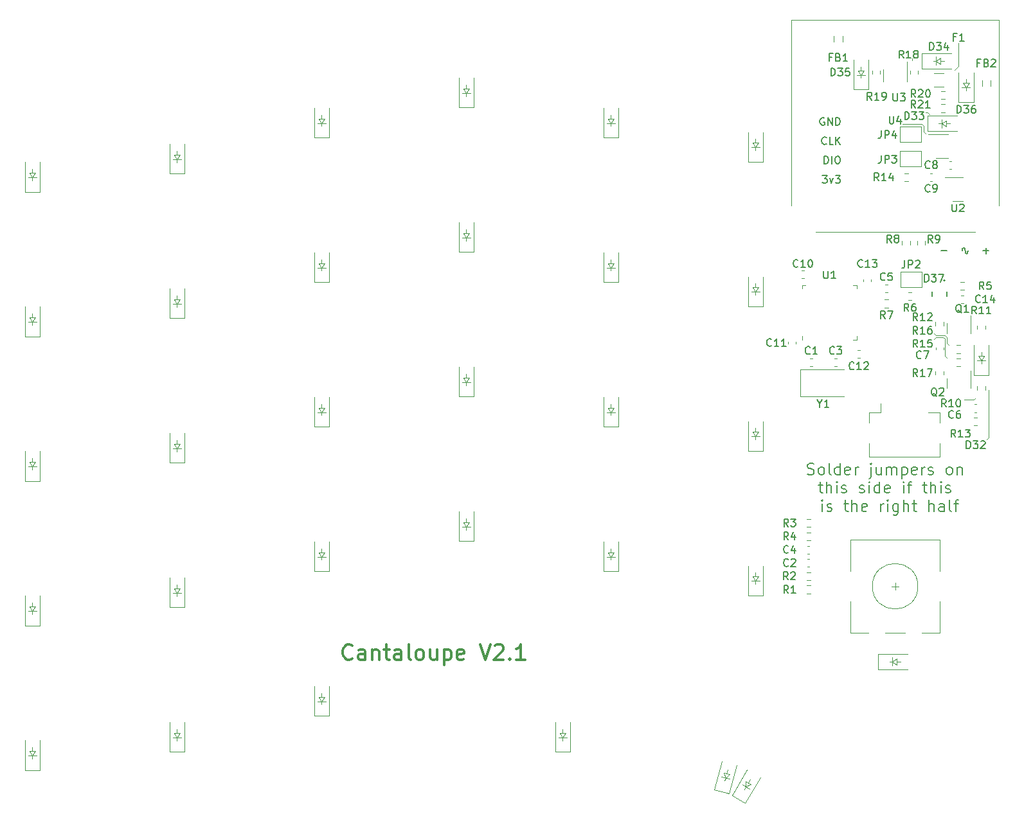
<source format=gbr>
G04 #@! TF.GenerationSoftware,KiCad,Pcbnew,(6.0.2)*
G04 #@! TF.CreationDate,2022-05-21T05:00:10+01:00*
G04 #@! TF.ProjectId,Cantaloupe,43616e74-616c-46f7-9570-652e6b696361,rev?*
G04 #@! TF.SameCoordinates,Original*
G04 #@! TF.FileFunction,Legend,Top*
G04 #@! TF.FilePolarity,Positive*
%FSLAX46Y46*%
G04 Gerber Fmt 4.6, Leading zero omitted, Abs format (unit mm)*
G04 Created by KiCad (PCBNEW (6.0.2)) date 2022-05-21 05:00:10*
%MOMM*%
%LPD*%
G01*
G04 APERTURE LIST*
%ADD10C,0.200000*%
%ADD11C,0.300000*%
%ADD12C,0.120000*%
%ADD13C,0.150000*%
%ADD14C,0.100000*%
%ADD15C,0.127000*%
G04 APERTURE END LIST*
D10*
X135657363Y-77850559D02*
X135871649Y-77921988D01*
X136228792Y-77921988D01*
X136371649Y-77850559D01*
X136443078Y-77779131D01*
X136514506Y-77636274D01*
X136514506Y-77493417D01*
X136443078Y-77350559D01*
X136371649Y-77279131D01*
X136228792Y-77207702D01*
X135943078Y-77136274D01*
X135800220Y-77064845D01*
X135728792Y-76993417D01*
X135657363Y-76850559D01*
X135657363Y-76707702D01*
X135728792Y-76564845D01*
X135800220Y-76493417D01*
X135943078Y-76421988D01*
X136300220Y-76421988D01*
X136514506Y-76493417D01*
X137371649Y-77921988D02*
X137228792Y-77850559D01*
X137157363Y-77779131D01*
X137085935Y-77636274D01*
X137085935Y-77207702D01*
X137157363Y-77064845D01*
X137228792Y-76993417D01*
X137371649Y-76921988D01*
X137585935Y-76921988D01*
X137728792Y-76993417D01*
X137800220Y-77064845D01*
X137871649Y-77207702D01*
X137871649Y-77636274D01*
X137800220Y-77779131D01*
X137728792Y-77850559D01*
X137585935Y-77921988D01*
X137371649Y-77921988D01*
X138728792Y-77921988D02*
X138585935Y-77850559D01*
X138514506Y-77707702D01*
X138514506Y-76421988D01*
X139943078Y-77921988D02*
X139943078Y-76421988D01*
X139943078Y-77850559D02*
X139800220Y-77921988D01*
X139514506Y-77921988D01*
X139371649Y-77850559D01*
X139300220Y-77779131D01*
X139228792Y-77636274D01*
X139228792Y-77207702D01*
X139300220Y-77064845D01*
X139371649Y-76993417D01*
X139514506Y-76921988D01*
X139800220Y-76921988D01*
X139943078Y-76993417D01*
X141228792Y-77850559D02*
X141085935Y-77921988D01*
X140800220Y-77921988D01*
X140657363Y-77850559D01*
X140585935Y-77707702D01*
X140585935Y-77136274D01*
X140657363Y-76993417D01*
X140800220Y-76921988D01*
X141085935Y-76921988D01*
X141228792Y-76993417D01*
X141300220Y-77136274D01*
X141300220Y-77279131D01*
X140585935Y-77421988D01*
X141943078Y-77921988D02*
X141943078Y-76921988D01*
X141943078Y-77207702D02*
X142014506Y-77064845D01*
X142085935Y-76993417D01*
X142228792Y-76921988D01*
X142371649Y-76921988D01*
X144014506Y-76921988D02*
X144014506Y-78207702D01*
X143943078Y-78350559D01*
X143800220Y-78421988D01*
X143728792Y-78421988D01*
X144014506Y-76421988D02*
X143943078Y-76493417D01*
X144014506Y-76564845D01*
X144085935Y-76493417D01*
X144014506Y-76421988D01*
X144014506Y-76564845D01*
X145371649Y-76921988D02*
X145371649Y-77921988D01*
X144728792Y-76921988D02*
X144728792Y-77707702D01*
X144800220Y-77850559D01*
X144943078Y-77921988D01*
X145157363Y-77921988D01*
X145300220Y-77850559D01*
X145371649Y-77779131D01*
X146085935Y-77921988D02*
X146085935Y-76921988D01*
X146085935Y-77064845D02*
X146157363Y-76993417D01*
X146300220Y-76921988D01*
X146514506Y-76921988D01*
X146657363Y-76993417D01*
X146728792Y-77136274D01*
X146728792Y-77921988D01*
X146728792Y-77136274D02*
X146800220Y-76993417D01*
X146943078Y-76921988D01*
X147157363Y-76921988D01*
X147300220Y-76993417D01*
X147371649Y-77136274D01*
X147371649Y-77921988D01*
X148085935Y-76921988D02*
X148085935Y-78421988D01*
X148085935Y-76993417D02*
X148228792Y-76921988D01*
X148514506Y-76921988D01*
X148657363Y-76993417D01*
X148728792Y-77064845D01*
X148800220Y-77207702D01*
X148800220Y-77636274D01*
X148728792Y-77779131D01*
X148657363Y-77850559D01*
X148514506Y-77921988D01*
X148228792Y-77921988D01*
X148085935Y-77850559D01*
X150014506Y-77850559D02*
X149871649Y-77921988D01*
X149585935Y-77921988D01*
X149443078Y-77850559D01*
X149371649Y-77707702D01*
X149371649Y-77136274D01*
X149443078Y-76993417D01*
X149585935Y-76921988D01*
X149871649Y-76921988D01*
X150014506Y-76993417D01*
X150085935Y-77136274D01*
X150085935Y-77279131D01*
X149371649Y-77421988D01*
X150728792Y-77921988D02*
X150728792Y-76921988D01*
X150728792Y-77207702D02*
X150800220Y-77064845D01*
X150871649Y-76993417D01*
X151014506Y-76921988D01*
X151157363Y-76921988D01*
X151585935Y-77850559D02*
X151728792Y-77921988D01*
X152014506Y-77921988D01*
X152157363Y-77850559D01*
X152228792Y-77707702D01*
X152228792Y-77636274D01*
X152157363Y-77493417D01*
X152014506Y-77421988D01*
X151800220Y-77421988D01*
X151657363Y-77350559D01*
X151585935Y-77207702D01*
X151585935Y-77136274D01*
X151657363Y-76993417D01*
X151800220Y-76921988D01*
X152014506Y-76921988D01*
X152157363Y-76993417D01*
X154228792Y-77921988D02*
X154085935Y-77850559D01*
X154014506Y-77779131D01*
X153943078Y-77636274D01*
X153943078Y-77207702D01*
X154014506Y-77064845D01*
X154085935Y-76993417D01*
X154228792Y-76921988D01*
X154443078Y-76921988D01*
X154585935Y-76993417D01*
X154657363Y-77064845D01*
X154728792Y-77207702D01*
X154728792Y-77636274D01*
X154657363Y-77779131D01*
X154585935Y-77850559D01*
X154443078Y-77921988D01*
X154228792Y-77921988D01*
X155371649Y-76921988D02*
X155371649Y-77921988D01*
X155371649Y-77064845D02*
X155443078Y-76993417D01*
X155585935Y-76921988D01*
X155800220Y-76921988D01*
X155943078Y-76993417D01*
X156014506Y-77136274D01*
X156014506Y-77921988D01*
X137085935Y-79336988D02*
X137657363Y-79336988D01*
X137300220Y-78836988D02*
X137300220Y-80122702D01*
X137371649Y-80265559D01*
X137514506Y-80336988D01*
X137657363Y-80336988D01*
X138157363Y-80336988D02*
X138157363Y-78836988D01*
X138800220Y-80336988D02*
X138800220Y-79551274D01*
X138728792Y-79408417D01*
X138585935Y-79336988D01*
X138371649Y-79336988D01*
X138228792Y-79408417D01*
X138157363Y-79479845D01*
X139514506Y-80336988D02*
X139514506Y-79336988D01*
X139514506Y-78836988D02*
X139443078Y-78908417D01*
X139514506Y-78979845D01*
X139585935Y-78908417D01*
X139514506Y-78836988D01*
X139514506Y-78979845D01*
X140157363Y-80265559D02*
X140300220Y-80336988D01*
X140585935Y-80336988D01*
X140728792Y-80265559D01*
X140800220Y-80122702D01*
X140800220Y-80051274D01*
X140728792Y-79908417D01*
X140585935Y-79836988D01*
X140371649Y-79836988D01*
X140228792Y-79765559D01*
X140157363Y-79622702D01*
X140157363Y-79551274D01*
X140228792Y-79408417D01*
X140371649Y-79336988D01*
X140585935Y-79336988D01*
X140728792Y-79408417D01*
X142514506Y-80265559D02*
X142657363Y-80336988D01*
X142943078Y-80336988D01*
X143085935Y-80265559D01*
X143157363Y-80122702D01*
X143157363Y-80051274D01*
X143085935Y-79908417D01*
X142943078Y-79836988D01*
X142728792Y-79836988D01*
X142585935Y-79765559D01*
X142514506Y-79622702D01*
X142514506Y-79551274D01*
X142585935Y-79408417D01*
X142728792Y-79336988D01*
X142943078Y-79336988D01*
X143085935Y-79408417D01*
X143800220Y-80336988D02*
X143800220Y-79336988D01*
X143800220Y-78836988D02*
X143728792Y-78908417D01*
X143800220Y-78979845D01*
X143871649Y-78908417D01*
X143800220Y-78836988D01*
X143800220Y-78979845D01*
X145157363Y-80336988D02*
X145157363Y-78836988D01*
X145157363Y-80265559D02*
X145014506Y-80336988D01*
X144728792Y-80336988D01*
X144585935Y-80265559D01*
X144514506Y-80194131D01*
X144443078Y-80051274D01*
X144443078Y-79622702D01*
X144514506Y-79479845D01*
X144585935Y-79408417D01*
X144728792Y-79336988D01*
X145014506Y-79336988D01*
X145157363Y-79408417D01*
X146443078Y-80265559D02*
X146300220Y-80336988D01*
X146014506Y-80336988D01*
X145871649Y-80265559D01*
X145800220Y-80122702D01*
X145800220Y-79551274D01*
X145871649Y-79408417D01*
X146014506Y-79336988D01*
X146300220Y-79336988D01*
X146443078Y-79408417D01*
X146514506Y-79551274D01*
X146514506Y-79694131D01*
X145800220Y-79836988D01*
X148300220Y-80336988D02*
X148300220Y-79336988D01*
X148300220Y-78836988D02*
X148228792Y-78908417D01*
X148300220Y-78979845D01*
X148371649Y-78908417D01*
X148300220Y-78836988D01*
X148300220Y-78979845D01*
X148800220Y-79336988D02*
X149371649Y-79336988D01*
X149014506Y-80336988D02*
X149014506Y-79051274D01*
X149085935Y-78908417D01*
X149228792Y-78836988D01*
X149371649Y-78836988D01*
X150800220Y-79336988D02*
X151371649Y-79336988D01*
X151014506Y-78836988D02*
X151014506Y-80122702D01*
X151085935Y-80265559D01*
X151228792Y-80336988D01*
X151371649Y-80336988D01*
X151871649Y-80336988D02*
X151871649Y-78836988D01*
X152514506Y-80336988D02*
X152514506Y-79551274D01*
X152443078Y-79408417D01*
X152300220Y-79336988D01*
X152085935Y-79336988D01*
X151943078Y-79408417D01*
X151871649Y-79479845D01*
X153228792Y-80336988D02*
X153228792Y-79336988D01*
X153228792Y-78836988D02*
X153157363Y-78908417D01*
X153228792Y-78979845D01*
X153300220Y-78908417D01*
X153228792Y-78836988D01*
X153228792Y-78979845D01*
X153871649Y-80265559D02*
X154014506Y-80336988D01*
X154300220Y-80336988D01*
X154443078Y-80265559D01*
X154514506Y-80122702D01*
X154514506Y-80051274D01*
X154443078Y-79908417D01*
X154300220Y-79836988D01*
X154085935Y-79836988D01*
X153943078Y-79765559D01*
X153871649Y-79622702D01*
X153871649Y-79551274D01*
X153943078Y-79408417D01*
X154085935Y-79336988D01*
X154300220Y-79336988D01*
X154443078Y-79408417D01*
X137585935Y-82751988D02*
X137585935Y-81751988D01*
X137585935Y-81251988D02*
X137514506Y-81323417D01*
X137585935Y-81394845D01*
X137657363Y-81323417D01*
X137585935Y-81251988D01*
X137585935Y-81394845D01*
X138228792Y-82680559D02*
X138371649Y-82751988D01*
X138657363Y-82751988D01*
X138800220Y-82680559D01*
X138871649Y-82537702D01*
X138871649Y-82466274D01*
X138800220Y-82323417D01*
X138657363Y-82251988D01*
X138443078Y-82251988D01*
X138300220Y-82180559D01*
X138228792Y-82037702D01*
X138228792Y-81966274D01*
X138300220Y-81823417D01*
X138443078Y-81751988D01*
X138657363Y-81751988D01*
X138800220Y-81823417D01*
X140443078Y-81751988D02*
X141014506Y-81751988D01*
X140657363Y-81251988D02*
X140657363Y-82537702D01*
X140728792Y-82680559D01*
X140871649Y-82751988D01*
X141014506Y-82751988D01*
X141514506Y-82751988D02*
X141514506Y-81251988D01*
X142157363Y-82751988D02*
X142157363Y-81966274D01*
X142085935Y-81823417D01*
X141943078Y-81751988D01*
X141728792Y-81751988D01*
X141585935Y-81823417D01*
X141514506Y-81894845D01*
X143443078Y-82680559D02*
X143300220Y-82751988D01*
X143014506Y-82751988D01*
X142871649Y-82680559D01*
X142800220Y-82537702D01*
X142800220Y-81966274D01*
X142871649Y-81823417D01*
X143014506Y-81751988D01*
X143300220Y-81751988D01*
X143443078Y-81823417D01*
X143514506Y-81966274D01*
X143514506Y-82109131D01*
X142800220Y-82251988D01*
X145300220Y-82751988D02*
X145300220Y-81751988D01*
X145300220Y-82037702D02*
X145371649Y-81894845D01*
X145443078Y-81823417D01*
X145585935Y-81751988D01*
X145728792Y-81751988D01*
X146228792Y-82751988D02*
X146228792Y-81751988D01*
X146228792Y-81251988D02*
X146157363Y-81323417D01*
X146228792Y-81394845D01*
X146300220Y-81323417D01*
X146228792Y-81251988D01*
X146228792Y-81394845D01*
X147585935Y-81751988D02*
X147585935Y-82966274D01*
X147514506Y-83109131D01*
X147443078Y-83180559D01*
X147300220Y-83251988D01*
X147085935Y-83251988D01*
X146943078Y-83180559D01*
X147585935Y-82680559D02*
X147443078Y-82751988D01*
X147157363Y-82751988D01*
X147014506Y-82680559D01*
X146943078Y-82609131D01*
X146871649Y-82466274D01*
X146871649Y-82037702D01*
X146943078Y-81894845D01*
X147014506Y-81823417D01*
X147157363Y-81751988D01*
X147443078Y-81751988D01*
X147585935Y-81823417D01*
X148300220Y-82751988D02*
X148300220Y-81251988D01*
X148943078Y-82751988D02*
X148943078Y-81966274D01*
X148871649Y-81823417D01*
X148728792Y-81751988D01*
X148514506Y-81751988D01*
X148371649Y-81823417D01*
X148300220Y-81894845D01*
X149443078Y-81751988D02*
X150014506Y-81751988D01*
X149657363Y-81251988D02*
X149657363Y-82537702D01*
X149728792Y-82680559D01*
X149871649Y-82751988D01*
X150014506Y-82751988D01*
X151657363Y-82751988D02*
X151657363Y-81251988D01*
X152300220Y-82751988D02*
X152300220Y-81966274D01*
X152228792Y-81823417D01*
X152085935Y-81751988D01*
X151871649Y-81751988D01*
X151728792Y-81823417D01*
X151657363Y-81894845D01*
X153657363Y-82751988D02*
X153657363Y-81966274D01*
X153585935Y-81823417D01*
X153443078Y-81751988D01*
X153157363Y-81751988D01*
X153014506Y-81823417D01*
X153657363Y-82680559D02*
X153514506Y-82751988D01*
X153157363Y-82751988D01*
X153014506Y-82680559D01*
X152943078Y-82537702D01*
X152943078Y-82394845D01*
X153014506Y-82251988D01*
X153157363Y-82180559D01*
X153514506Y-82180559D01*
X153657363Y-82109131D01*
X154585935Y-82751988D02*
X154443078Y-82680559D01*
X154371649Y-82537702D01*
X154371649Y-81251988D01*
X154943078Y-81751988D02*
X155514506Y-81751988D01*
X155157363Y-82751988D02*
X155157363Y-81466274D01*
X155228792Y-81323417D01*
X155371649Y-81251988D01*
X155514506Y-81251988D01*
D11*
X75681173Y-102122702D02*
X75585935Y-102217940D01*
X75300220Y-102313178D01*
X75109744Y-102313178D01*
X74824030Y-102217940D01*
X74633554Y-102027464D01*
X74538316Y-101836988D01*
X74443078Y-101456036D01*
X74443078Y-101170321D01*
X74538316Y-100789369D01*
X74633554Y-100598893D01*
X74824030Y-100408417D01*
X75109744Y-100313178D01*
X75300220Y-100313178D01*
X75585935Y-100408417D01*
X75681173Y-100503655D01*
X77395458Y-102313178D02*
X77395458Y-101265559D01*
X77300220Y-101075083D01*
X77109744Y-100979845D01*
X76728792Y-100979845D01*
X76538316Y-101075083D01*
X77395458Y-102217940D02*
X77204982Y-102313178D01*
X76728792Y-102313178D01*
X76538316Y-102217940D01*
X76443078Y-102027464D01*
X76443078Y-101836988D01*
X76538316Y-101646512D01*
X76728792Y-101551274D01*
X77204982Y-101551274D01*
X77395458Y-101456036D01*
X78347839Y-100979845D02*
X78347839Y-102313178D01*
X78347839Y-101170321D02*
X78443078Y-101075083D01*
X78633554Y-100979845D01*
X78919268Y-100979845D01*
X79109744Y-101075083D01*
X79204982Y-101265559D01*
X79204982Y-102313178D01*
X79871649Y-100979845D02*
X80633554Y-100979845D01*
X80157363Y-100313178D02*
X80157363Y-102027464D01*
X80252601Y-102217940D01*
X80443078Y-102313178D01*
X80633554Y-102313178D01*
X82157363Y-102313178D02*
X82157363Y-101265559D01*
X82062125Y-101075083D01*
X81871649Y-100979845D01*
X81490697Y-100979845D01*
X81300220Y-101075083D01*
X82157363Y-102217940D02*
X81966887Y-102313178D01*
X81490697Y-102313178D01*
X81300220Y-102217940D01*
X81204982Y-102027464D01*
X81204982Y-101836988D01*
X81300220Y-101646512D01*
X81490697Y-101551274D01*
X81966887Y-101551274D01*
X82157363Y-101456036D01*
X83395458Y-102313178D02*
X83204982Y-102217940D01*
X83109744Y-102027464D01*
X83109744Y-100313178D01*
X84443077Y-102313178D02*
X84252601Y-102217940D01*
X84157363Y-102122702D01*
X84062125Y-101932226D01*
X84062125Y-101360797D01*
X84157363Y-101170321D01*
X84252601Y-101075083D01*
X84443077Y-100979845D01*
X84728792Y-100979845D01*
X84919268Y-101075083D01*
X85014506Y-101170321D01*
X85109744Y-101360797D01*
X85109744Y-101932226D01*
X85014506Y-102122702D01*
X84919268Y-102217940D01*
X84728792Y-102313178D01*
X84443077Y-102313178D01*
X86824030Y-100979845D02*
X86824030Y-102313178D01*
X85966887Y-100979845D02*
X85966887Y-102027464D01*
X86062125Y-102217940D01*
X86252601Y-102313178D01*
X86538316Y-102313178D01*
X86728792Y-102217940D01*
X86824030Y-102122702D01*
X87776411Y-100979845D02*
X87776411Y-102979845D01*
X87776411Y-101075083D02*
X87966887Y-100979845D01*
X88347839Y-100979845D01*
X88538316Y-101075083D01*
X88633554Y-101170321D01*
X88728792Y-101360797D01*
X88728792Y-101932226D01*
X88633554Y-102122702D01*
X88538316Y-102217940D01*
X88347839Y-102313178D01*
X87966887Y-102313178D01*
X87776411Y-102217940D01*
X90347839Y-102217940D02*
X90157363Y-102313178D01*
X89776411Y-102313178D01*
X89585935Y-102217940D01*
X89490697Y-102027464D01*
X89490697Y-101265559D01*
X89585935Y-101075083D01*
X89776411Y-100979845D01*
X90157363Y-100979845D01*
X90347839Y-101075083D01*
X90443078Y-101265559D01*
X90443078Y-101456036D01*
X89490697Y-101646512D01*
X92538316Y-100313178D02*
X93204982Y-102313178D01*
X93871649Y-100313178D01*
X94443077Y-100503655D02*
X94538316Y-100408417D01*
X94728792Y-100313178D01*
X95204982Y-100313178D01*
X95395458Y-100408417D01*
X95490697Y-100503655D01*
X95585935Y-100694131D01*
X95585935Y-100884607D01*
X95490697Y-101170321D01*
X94347839Y-102313178D01*
X95585935Y-102313178D01*
X96443077Y-102122702D02*
X96538316Y-102217940D01*
X96443077Y-102313178D01*
X96347839Y-102217940D01*
X96443077Y-102122702D01*
X96443077Y-102313178D01*
X98443077Y-102313178D02*
X97300220Y-102313178D01*
X97871649Y-102313178D02*
X97871649Y-100313178D01*
X97681173Y-100598893D01*
X97490697Y-100789369D01*
X97300220Y-100884607D01*
D12*
X157538503Y-68033417D02*
X157788503Y-67783417D01*
X153788503Y-59558417D02*
X152538503Y-59558417D01*
X159538503Y-73033417D02*
X159288503Y-73283417D01*
X153788503Y-62308417D02*
X154038503Y-62558417D01*
X152288503Y-59308417D02*
X152538503Y-59558417D01*
X149443078Y-23113420D02*
X149443078Y-23363420D01*
X154038503Y-60558417D02*
X154288503Y-60808417D01*
X150693078Y-31733417D02*
X150943078Y-31983417D01*
X150943078Y-31983417D02*
X150943078Y-32733417D01*
X153788503Y-59558417D02*
X154038503Y-59808417D01*
X151193078Y-30233417D02*
X151443078Y-30233417D01*
X152538503Y-59808417D02*
X153538503Y-59808417D01*
X154038503Y-59808417D02*
X154038503Y-60558417D01*
X150943078Y-32733417D02*
X151193078Y-32983417D01*
X155538503Y-24067009D02*
X155038503Y-24567009D01*
X156288503Y-68033417D02*
X157538503Y-68033417D01*
X148193078Y-31733417D02*
X150693078Y-31733417D01*
X155538503Y-21067009D02*
X155538503Y-24067009D01*
X153538503Y-59808417D02*
X153788503Y-60033417D01*
X151443078Y-30233417D02*
X151693078Y-30483417D01*
X153788503Y-60033417D02*
X153788503Y-62308417D01*
X159538503Y-66783417D02*
X159538503Y-73033417D01*
X152288503Y-60058417D02*
X152538503Y-59808417D01*
D13*
X153261220Y-48418440D02*
X154023125Y-48418440D01*
X156023125Y-48418440D02*
X156070744Y-48180345D01*
X156118363Y-48085107D01*
X156213601Y-48037488D01*
X156308839Y-48085107D01*
X156356458Y-48180345D01*
X156451697Y-48656535D01*
X156499316Y-48751773D01*
X156594554Y-48799392D01*
X156689792Y-48751773D01*
X156737411Y-48656535D01*
X156785030Y-48418440D01*
X158785030Y-48418440D02*
X159546935Y-48418440D01*
X159165982Y-48799392D02*
X159165982Y-48037488D01*
X141761220Y-63990559D02*
X141713601Y-64038178D01*
X141570744Y-64085797D01*
X141475506Y-64085797D01*
X141332649Y-64038178D01*
X141237411Y-63942940D01*
X141189792Y-63847702D01*
X141142173Y-63657226D01*
X141142173Y-63514369D01*
X141189792Y-63323893D01*
X141237411Y-63228655D01*
X141332649Y-63133417D01*
X141475506Y-63085797D01*
X141570744Y-63085797D01*
X141713601Y-63133417D01*
X141761220Y-63181036D01*
X142713601Y-64085797D02*
X142142173Y-64085797D01*
X142427887Y-64085797D02*
X142427887Y-63085797D01*
X142332649Y-63228655D01*
X142237411Y-63323893D01*
X142142173Y-63371512D01*
X143094554Y-63181036D02*
X143142173Y-63133417D01*
X143237411Y-63085797D01*
X143475506Y-63085797D01*
X143570744Y-63133417D01*
X143618363Y-63181036D01*
X143665982Y-63276274D01*
X143665982Y-63371512D01*
X143618363Y-63514369D01*
X143046935Y-64085797D01*
X143665982Y-64085797D01*
X137776604Y-51066385D02*
X137776604Y-51875909D01*
X137824223Y-51971147D01*
X137871842Y-52018766D01*
X137967080Y-52066385D01*
X138157556Y-52066385D01*
X138252794Y-52018766D01*
X138300413Y-51971147D01*
X138348032Y-51875909D01*
X138348032Y-51066385D01*
X139348032Y-52066385D02*
X138776604Y-52066385D01*
X139062318Y-52066385D02*
X139062318Y-51066385D01*
X138967080Y-51209243D01*
X138871842Y-51304481D01*
X138776604Y-51352100D01*
X139187411Y-61954154D02*
X139139792Y-62001773D01*
X138996935Y-62049392D01*
X138901697Y-62049392D01*
X138758839Y-62001773D01*
X138663601Y-61906535D01*
X138615982Y-61811297D01*
X138568363Y-61620821D01*
X138568363Y-61477964D01*
X138615982Y-61287488D01*
X138663601Y-61192250D01*
X138758839Y-61097012D01*
X138901697Y-61049392D01*
X138996935Y-61049392D01*
X139139792Y-61097012D01*
X139187411Y-61144631D01*
X139520744Y-61049392D02*
X140139792Y-61049392D01*
X139806458Y-61430345D01*
X139949316Y-61430345D01*
X140044554Y-61477964D01*
X140092173Y-61525583D01*
X140139792Y-61620821D01*
X140139792Y-61858916D01*
X140092173Y-61954154D01*
X140044554Y-62001773D01*
X139949316Y-62049392D01*
X139663601Y-62049392D01*
X139568363Y-62001773D01*
X139520744Y-61954154D01*
X137277887Y-68573202D02*
X137277887Y-69049392D01*
X136944554Y-68049392D02*
X137277887Y-68573202D01*
X137611220Y-68049392D01*
X138468363Y-69049392D02*
X137896935Y-69049392D01*
X138182649Y-69049392D02*
X138182649Y-68049392D01*
X138087411Y-68192250D01*
X137992173Y-68287488D01*
X137896935Y-68335107D01*
X133116191Y-89924151D02*
X133068572Y-89971770D01*
X132925715Y-90019389D01*
X132830477Y-90019389D01*
X132687619Y-89971770D01*
X132592381Y-89876532D01*
X132544762Y-89781294D01*
X132497143Y-89590818D01*
X132497143Y-89447961D01*
X132544762Y-89257485D01*
X132592381Y-89162247D01*
X132687619Y-89067009D01*
X132830477Y-89019389D01*
X132925715Y-89019389D01*
X133068572Y-89067009D01*
X133116191Y-89114628D01*
X133497143Y-89114628D02*
X133544762Y-89067009D01*
X133640000Y-89019389D01*
X133878096Y-89019389D01*
X133973334Y-89067009D01*
X134020953Y-89114628D01*
X134068572Y-89209866D01*
X134068572Y-89305104D01*
X134020953Y-89447961D01*
X133449524Y-90019389D01*
X134068572Y-90019389D01*
X130895645Y-60924151D02*
X130848026Y-60971770D01*
X130705169Y-61019389D01*
X130609931Y-61019389D01*
X130467074Y-60971770D01*
X130371836Y-60876532D01*
X130324217Y-60781294D01*
X130276598Y-60590818D01*
X130276598Y-60447961D01*
X130324217Y-60257485D01*
X130371836Y-60162247D01*
X130467074Y-60067009D01*
X130609931Y-60019389D01*
X130705169Y-60019389D01*
X130848026Y-60067009D01*
X130895645Y-60114628D01*
X131848026Y-61019389D02*
X131276598Y-61019389D01*
X131562312Y-61019389D02*
X131562312Y-60019389D01*
X131467074Y-60162247D01*
X131371836Y-60257485D01*
X131276598Y-60305104D01*
X132800407Y-61019389D02*
X132228979Y-61019389D01*
X132514693Y-61019389D02*
X132514693Y-60019389D01*
X132419455Y-60162247D01*
X132324217Y-60257485D01*
X132228979Y-60305104D01*
X133121836Y-88174151D02*
X133074217Y-88221770D01*
X132931360Y-88269389D01*
X132836122Y-88269389D01*
X132693264Y-88221770D01*
X132598026Y-88126532D01*
X132550407Y-88031294D01*
X132502788Y-87840818D01*
X132502788Y-87697961D01*
X132550407Y-87507485D01*
X132598026Y-87412247D01*
X132693264Y-87317009D01*
X132836122Y-87269389D01*
X132931360Y-87269389D01*
X133074217Y-87317009D01*
X133121836Y-87364628D01*
X133978979Y-87602723D02*
X133978979Y-88269389D01*
X133740883Y-87221770D02*
X133502788Y-87936056D01*
X134121836Y-87936056D01*
X134395645Y-50490559D02*
X134348026Y-50538178D01*
X134205169Y-50585797D01*
X134109931Y-50585797D01*
X133967074Y-50538178D01*
X133871836Y-50442940D01*
X133824217Y-50347702D01*
X133776598Y-50157226D01*
X133776598Y-50014369D01*
X133824217Y-49823893D01*
X133871836Y-49728655D01*
X133967074Y-49633417D01*
X134109931Y-49585797D01*
X134205169Y-49585797D01*
X134348026Y-49633417D01*
X134395645Y-49681036D01*
X135348026Y-50585797D02*
X134776598Y-50585797D01*
X135062312Y-50585797D02*
X135062312Y-49585797D01*
X134967074Y-49728655D01*
X134871836Y-49823893D01*
X134776598Y-49871512D01*
X135967074Y-49585797D02*
X136062312Y-49585797D01*
X136157550Y-49633417D01*
X136205169Y-49681036D01*
X136252788Y-49776274D01*
X136300407Y-49966750D01*
X136300407Y-50204845D01*
X136252788Y-50395321D01*
X136205169Y-50490559D01*
X136157550Y-50538178D01*
X136062312Y-50585797D01*
X135967074Y-50585797D01*
X135871836Y-50538178D01*
X135824217Y-50490559D01*
X135776598Y-50395321D01*
X135728979Y-50204845D01*
X135728979Y-49966750D01*
X135776598Y-49776274D01*
X135824217Y-49681036D01*
X135871836Y-49633417D01*
X135967074Y-49585797D01*
X142895645Y-50490559D02*
X142848026Y-50538178D01*
X142705169Y-50585797D01*
X142609931Y-50585797D01*
X142467074Y-50538178D01*
X142371836Y-50442940D01*
X142324217Y-50347702D01*
X142276598Y-50157226D01*
X142276598Y-50014369D01*
X142324217Y-49823893D01*
X142371836Y-49728655D01*
X142467074Y-49633417D01*
X142609931Y-49585797D01*
X142705169Y-49585797D01*
X142848026Y-49633417D01*
X142895645Y-49681036D01*
X143848026Y-50585797D02*
X143276598Y-50585797D01*
X143562312Y-50585797D02*
X143562312Y-49585797D01*
X143467074Y-49728655D01*
X143371836Y-49823893D01*
X143276598Y-49871512D01*
X144181360Y-49585797D02*
X144800407Y-49585797D01*
X144467074Y-49966750D01*
X144609931Y-49966750D01*
X144705169Y-50014369D01*
X144752788Y-50061988D01*
X144800407Y-50157226D01*
X144800407Y-50395321D01*
X144752788Y-50490559D01*
X144705169Y-50538178D01*
X144609931Y-50585797D01*
X144324217Y-50585797D01*
X144228979Y-50538178D01*
X144181360Y-50490559D01*
X133121836Y-84769389D02*
X132788503Y-84293199D01*
X132550407Y-84769389D02*
X132550407Y-83769389D01*
X132931360Y-83769389D01*
X133026598Y-83817009D01*
X133074217Y-83864628D01*
X133121836Y-83959866D01*
X133121836Y-84102723D01*
X133074217Y-84197961D01*
X133026598Y-84245580D01*
X132931360Y-84293199D01*
X132550407Y-84293199D01*
X133455169Y-83769389D02*
X134074217Y-83769389D01*
X133740883Y-84150342D01*
X133883741Y-84150342D01*
X133978979Y-84197961D01*
X134026598Y-84245580D01*
X134074217Y-84340818D01*
X134074217Y-84578913D01*
X134026598Y-84674151D01*
X133978979Y-84721770D01*
X133883741Y-84769389D01*
X133598026Y-84769389D01*
X133502788Y-84721770D01*
X133455169Y-84674151D01*
X133081829Y-91769389D02*
X132748496Y-91293199D01*
X132510400Y-91769389D02*
X132510400Y-90769389D01*
X132891353Y-90769389D01*
X132986591Y-90817009D01*
X133034210Y-90864628D01*
X133081829Y-90959866D01*
X133081829Y-91102723D01*
X133034210Y-91197961D01*
X132986591Y-91245580D01*
X132891353Y-91293199D01*
X132510400Y-91293199D01*
X133462781Y-90864628D02*
X133510400Y-90817009D01*
X133605638Y-90769389D01*
X133843734Y-90769389D01*
X133938972Y-90817009D01*
X133986591Y-90864628D01*
X134034210Y-90959866D01*
X134034210Y-91055104D01*
X133986591Y-91197961D01*
X133415162Y-91769389D01*
X134034210Y-91769389D01*
X133116192Y-93543073D02*
X132782859Y-93066883D01*
X132544763Y-93543073D02*
X132544763Y-92543073D01*
X132925716Y-92543073D01*
X133020954Y-92590693D01*
X133068573Y-92638312D01*
X133116192Y-92733550D01*
X133116192Y-92876407D01*
X133068573Y-92971645D01*
X133020954Y-93019264D01*
X132925716Y-93066883D01*
X132544763Y-93066883D01*
X134068573Y-93543073D02*
X133497144Y-93543073D01*
X133782859Y-93543073D02*
X133782859Y-92543073D01*
X133687620Y-92685931D01*
X133592382Y-92781169D01*
X133497144Y-92828788D01*
X133121836Y-86519389D02*
X132788503Y-86043199D01*
X132550407Y-86519389D02*
X132550407Y-85519389D01*
X132931360Y-85519389D01*
X133026598Y-85567009D01*
X133074217Y-85614628D01*
X133121836Y-85709866D01*
X133121836Y-85852723D01*
X133074217Y-85947961D01*
X133026598Y-85995580D01*
X132931360Y-86043199D01*
X132550407Y-86043199D01*
X133978979Y-85852723D02*
X133978979Y-86519389D01*
X133740883Y-85471770D02*
X133502788Y-86186056D01*
X134121836Y-86186056D01*
X135987411Y-61954154D02*
X135939792Y-62001773D01*
X135796935Y-62049392D01*
X135701697Y-62049392D01*
X135558839Y-62001773D01*
X135463601Y-61906535D01*
X135415982Y-61811297D01*
X135368363Y-61620821D01*
X135368363Y-61477964D01*
X135415982Y-61287488D01*
X135463601Y-61192250D01*
X135558839Y-61097012D01*
X135701697Y-61049392D01*
X135796935Y-61049392D01*
X135939792Y-61097012D01*
X135987411Y-61144631D01*
X136939792Y-62049392D02*
X136368363Y-62049392D01*
X136654078Y-62049392D02*
X136654078Y-61049392D01*
X136558839Y-61192250D01*
X136463601Y-61287488D01*
X136368363Y-61335107D01*
X146431173Y-30685797D02*
X146431173Y-31495321D01*
X146478792Y-31590559D01*
X146526411Y-31638178D01*
X146621649Y-31685797D01*
X146812125Y-31685797D01*
X146907363Y-31638178D01*
X146954982Y-31590559D01*
X147002601Y-31495321D01*
X147002601Y-30685797D01*
X147907363Y-31019131D02*
X147907363Y-31685797D01*
X147669268Y-30638178D02*
X147431173Y-31352464D01*
X148050220Y-31352464D01*
X145871836Y-52240559D02*
X145824217Y-52288178D01*
X145681360Y-52335797D01*
X145586122Y-52335797D01*
X145443264Y-52288178D01*
X145348026Y-52192940D01*
X145300407Y-52097702D01*
X145252788Y-51907226D01*
X145252788Y-51764369D01*
X145300407Y-51573893D01*
X145348026Y-51478655D01*
X145443264Y-51383417D01*
X145586122Y-51335797D01*
X145681360Y-51335797D01*
X145824217Y-51383417D01*
X145871836Y-51431036D01*
X146776598Y-51335797D02*
X146300407Y-51335797D01*
X146252788Y-51811988D01*
X146300407Y-51764369D01*
X146395645Y-51716750D01*
X146633741Y-51716750D01*
X146728979Y-51764369D01*
X146776598Y-51811988D01*
X146824217Y-51907226D01*
X146824217Y-52145321D01*
X146776598Y-52240559D01*
X146728979Y-52288178D01*
X146633741Y-52335797D01*
X146395645Y-52335797D01*
X146300407Y-52288178D01*
X146252788Y-52240559D01*
X145871836Y-57335797D02*
X145538503Y-56859607D01*
X145300407Y-57335797D02*
X145300407Y-56335797D01*
X145681360Y-56335797D01*
X145776598Y-56383417D01*
X145824217Y-56431036D01*
X145871836Y-56526274D01*
X145871836Y-56669131D01*
X145824217Y-56764369D01*
X145776598Y-56811988D01*
X145681360Y-56859607D01*
X145300407Y-56859607D01*
X146205169Y-56335797D02*
X146871836Y-56335797D01*
X146443264Y-57335797D01*
X148455169Y-49699392D02*
X148455169Y-50413678D01*
X148407550Y-50556535D01*
X148312312Y-50651773D01*
X148169455Y-50699392D01*
X148074217Y-50699392D01*
X148931360Y-50699392D02*
X148931360Y-49699392D01*
X149312312Y-49699392D01*
X149407550Y-49747012D01*
X149455169Y-49794631D01*
X149502788Y-49889869D01*
X149502788Y-50032726D01*
X149455169Y-50127964D01*
X149407550Y-50175583D01*
X149312312Y-50223202D01*
X148931360Y-50223202D01*
X149883741Y-49794631D02*
X149931360Y-49747012D01*
X150026598Y-49699392D01*
X150264693Y-49699392D01*
X150359931Y-49747012D01*
X150407550Y-49794631D01*
X150455169Y-49889869D01*
X150455169Y-49985107D01*
X150407550Y-50127964D01*
X149836122Y-50699392D01*
X150455169Y-50699392D01*
X148963839Y-56385115D02*
X148630506Y-55908925D01*
X148392410Y-56385115D02*
X148392410Y-55385115D01*
X148773363Y-55385115D01*
X148868601Y-55432735D01*
X148916220Y-55480354D01*
X148963839Y-55575592D01*
X148963839Y-55718449D01*
X148916220Y-55813687D01*
X148868601Y-55861306D01*
X148773363Y-55908925D01*
X148392410Y-55908925D01*
X149820982Y-55385115D02*
X149630506Y-55385115D01*
X149535267Y-55432735D01*
X149487648Y-55480354D01*
X149392410Y-55623211D01*
X149344791Y-55813687D01*
X149344791Y-56194639D01*
X149392410Y-56289877D01*
X149440029Y-56337496D01*
X149535267Y-56385115D01*
X149725744Y-56385115D01*
X149820982Y-56337496D01*
X149868601Y-56289877D01*
X149916220Y-56194639D01*
X149916220Y-55956544D01*
X149868601Y-55861306D01*
X149820982Y-55813687D01*
X149725744Y-55766068D01*
X149535267Y-55766068D01*
X149440029Y-55813687D01*
X149392410Y-55861306D01*
X149344791Y-55956544D01*
X145050220Y-39185797D02*
X144716887Y-38709607D01*
X144478792Y-39185797D02*
X144478792Y-38185797D01*
X144859744Y-38185797D01*
X144954982Y-38233417D01*
X145002601Y-38281036D01*
X145050220Y-38376274D01*
X145050220Y-38519131D01*
X145002601Y-38614369D01*
X144954982Y-38661988D01*
X144859744Y-38709607D01*
X144478792Y-38709607D01*
X146002601Y-39185797D02*
X145431173Y-39185797D01*
X145716887Y-39185797D02*
X145716887Y-38185797D01*
X145621649Y-38328655D01*
X145526411Y-38423893D01*
X145431173Y-38471512D01*
X146859744Y-38519131D02*
X146859744Y-39185797D01*
X146621649Y-38138178D02*
X146383554Y-38852464D01*
X147002601Y-38852464D01*
X157895645Y-56735797D02*
X157562312Y-56259607D01*
X157324217Y-56735797D02*
X157324217Y-55735797D01*
X157705169Y-55735797D01*
X157800407Y-55783417D01*
X157848026Y-55831036D01*
X157895645Y-55926274D01*
X157895645Y-56069131D01*
X157848026Y-56164369D01*
X157800407Y-56211988D01*
X157705169Y-56259607D01*
X157324217Y-56259607D01*
X158848026Y-56735797D02*
X158276598Y-56735797D01*
X158562312Y-56735797D02*
X158562312Y-55735797D01*
X158467074Y-55878655D01*
X158371836Y-55973893D01*
X158276598Y-56021512D01*
X159800407Y-56735797D02*
X159228979Y-56735797D01*
X159514693Y-56735797D02*
X159514693Y-55735797D01*
X159419455Y-55878655D01*
X159324217Y-55973893D01*
X159228979Y-56021512D01*
X158871836Y-53510797D02*
X158538503Y-53034607D01*
X158300407Y-53510797D02*
X158300407Y-52510797D01*
X158681360Y-52510797D01*
X158776598Y-52558417D01*
X158824217Y-52606036D01*
X158871836Y-52701274D01*
X158871836Y-52844131D01*
X158824217Y-52939369D01*
X158776598Y-52986988D01*
X158681360Y-53034607D01*
X158300407Y-53034607D01*
X159776598Y-52510797D02*
X159300407Y-52510797D01*
X159252788Y-52986988D01*
X159300407Y-52939369D01*
X159395645Y-52891750D01*
X159633741Y-52891750D01*
X159728979Y-52939369D01*
X159776598Y-52986988D01*
X159824217Y-53082226D01*
X159824217Y-53320321D01*
X159776598Y-53415559D01*
X159728979Y-53463178D01*
X159633741Y-53510797D01*
X159395645Y-53510797D01*
X159300407Y-53463178D01*
X159252788Y-53415559D01*
X150145645Y-59386392D02*
X149812312Y-58910202D01*
X149574217Y-59386392D02*
X149574217Y-58386392D01*
X149955169Y-58386392D01*
X150050407Y-58434012D01*
X150098026Y-58481631D01*
X150145645Y-58576869D01*
X150145645Y-58719726D01*
X150098026Y-58814964D01*
X150050407Y-58862583D01*
X149955169Y-58910202D01*
X149574217Y-58910202D01*
X151098026Y-59386392D02*
X150526598Y-59386392D01*
X150812312Y-59386392D02*
X150812312Y-58386392D01*
X150717074Y-58529250D01*
X150621836Y-58624488D01*
X150526598Y-58672107D01*
X151955169Y-58386392D02*
X151764693Y-58386392D01*
X151669455Y-58434012D01*
X151621836Y-58481631D01*
X151526598Y-58624488D01*
X151478979Y-58814964D01*
X151478979Y-59195916D01*
X151526598Y-59291154D01*
X151574217Y-59338773D01*
X151669455Y-59386392D01*
X151859931Y-59386392D01*
X151955169Y-59338773D01*
X152002788Y-59291154D01*
X152050407Y-59195916D01*
X152050407Y-58957821D01*
X152002788Y-58862583D01*
X151955169Y-58814964D01*
X151859931Y-58767345D01*
X151669455Y-58767345D01*
X151574217Y-58814964D01*
X151526598Y-58862583D01*
X151478979Y-58957821D01*
X151776411Y-37490559D02*
X151728792Y-37538178D01*
X151585935Y-37585797D01*
X151490697Y-37585797D01*
X151347839Y-37538178D01*
X151252601Y-37442940D01*
X151204982Y-37347702D01*
X151157363Y-37157226D01*
X151157363Y-37014369D01*
X151204982Y-36823893D01*
X151252601Y-36728655D01*
X151347839Y-36633417D01*
X151490697Y-36585797D01*
X151585935Y-36585797D01*
X151728792Y-36633417D01*
X151776411Y-36681036D01*
X152347839Y-37014369D02*
X152252601Y-36966750D01*
X152204982Y-36919131D01*
X152157363Y-36823893D01*
X152157363Y-36776274D01*
X152204982Y-36681036D01*
X152252601Y-36633417D01*
X152347839Y-36585797D01*
X152538316Y-36585797D01*
X152633554Y-36633417D01*
X152681173Y-36681036D01*
X152728792Y-36776274D01*
X152728792Y-36823893D01*
X152681173Y-36919131D01*
X152633554Y-36966750D01*
X152538316Y-37014369D01*
X152347839Y-37014369D01*
X152252601Y-37061988D01*
X152204982Y-37109607D01*
X152157363Y-37204845D01*
X152157363Y-37395321D01*
X152204982Y-37490559D01*
X152252601Y-37538178D01*
X152347839Y-37585797D01*
X152538316Y-37585797D01*
X152633554Y-37538178D01*
X152681173Y-37490559D01*
X152728792Y-37395321D01*
X152728792Y-37204845D01*
X152681173Y-37109607D01*
X152633554Y-37061988D01*
X152538316Y-37014369D01*
X150145645Y-57636392D02*
X149812312Y-57160202D01*
X149574217Y-57636392D02*
X149574217Y-56636392D01*
X149955169Y-56636392D01*
X150050407Y-56684012D01*
X150098026Y-56731631D01*
X150145645Y-56826869D01*
X150145645Y-56969726D01*
X150098026Y-57064964D01*
X150050407Y-57112583D01*
X149955169Y-57160202D01*
X149574217Y-57160202D01*
X151098026Y-57636392D02*
X150526598Y-57636392D01*
X150812312Y-57636392D02*
X150812312Y-56636392D01*
X150717074Y-56779250D01*
X150621836Y-56874488D01*
X150526598Y-56922107D01*
X151478979Y-56731631D02*
X151526598Y-56684012D01*
X151621836Y-56636392D01*
X151859931Y-56636392D01*
X151955169Y-56684012D01*
X152002788Y-56731631D01*
X152050407Y-56826869D01*
X152050407Y-56922107D01*
X152002788Y-57064964D01*
X151431360Y-57636392D01*
X152050407Y-57636392D01*
X154681173Y-42269389D02*
X154681173Y-43078913D01*
X154728792Y-43174151D01*
X154776411Y-43221770D01*
X154871649Y-43269389D01*
X155062125Y-43269389D01*
X155157363Y-43221770D01*
X155204982Y-43174151D01*
X155252601Y-43078913D01*
X155252601Y-42269389D01*
X155681173Y-42364628D02*
X155728792Y-42317009D01*
X155824030Y-42269389D01*
X156062125Y-42269389D01*
X156157363Y-42317009D01*
X156204982Y-42364628D01*
X156252601Y-42459866D01*
X156252601Y-42555104D01*
X156204982Y-42697961D01*
X155633554Y-43269389D01*
X156252601Y-43269389D01*
X150145645Y-64985797D02*
X149812312Y-64509607D01*
X149574217Y-64985797D02*
X149574217Y-63985797D01*
X149955169Y-63985797D01*
X150050407Y-64033417D01*
X150098026Y-64081036D01*
X150145645Y-64176274D01*
X150145645Y-64319131D01*
X150098026Y-64414369D01*
X150050407Y-64461988D01*
X149955169Y-64509607D01*
X149574217Y-64509607D01*
X151098026Y-64985797D02*
X150526598Y-64985797D01*
X150812312Y-64985797D02*
X150812312Y-63985797D01*
X150717074Y-64128655D01*
X150621836Y-64223893D01*
X150526598Y-64271512D01*
X151431360Y-63985797D02*
X152098026Y-63985797D01*
X151669455Y-64985797D01*
X158359744Y-23661988D02*
X158026411Y-23661988D01*
X158026411Y-24185797D02*
X158026411Y-23185797D01*
X158502601Y-23185797D01*
X159216887Y-23661988D02*
X159359744Y-23709607D01*
X159407363Y-23757226D01*
X159454982Y-23852464D01*
X159454982Y-23995321D01*
X159407363Y-24090559D01*
X159359744Y-24138178D01*
X159264506Y-24185797D01*
X158883554Y-24185797D01*
X158883554Y-23185797D01*
X159216887Y-23185797D01*
X159312125Y-23233417D01*
X159359744Y-23281036D01*
X159407363Y-23376274D01*
X159407363Y-23471512D01*
X159359744Y-23566750D01*
X159312125Y-23614369D01*
X159216887Y-23661988D01*
X158883554Y-23661988D01*
X159835935Y-23281036D02*
X159883554Y-23233417D01*
X159978792Y-23185797D01*
X160216887Y-23185797D01*
X160312125Y-23233417D01*
X160359744Y-23281036D01*
X160407363Y-23376274D01*
X160407363Y-23471512D01*
X160359744Y-23614369D01*
X159788316Y-24185797D01*
X160407363Y-24185797D01*
X148300220Y-23035797D02*
X147966887Y-22559607D01*
X147728792Y-23035797D02*
X147728792Y-22035797D01*
X148109744Y-22035797D01*
X148204982Y-22083417D01*
X148252601Y-22131036D01*
X148300220Y-22226274D01*
X148300220Y-22369131D01*
X148252601Y-22464369D01*
X148204982Y-22511988D01*
X148109744Y-22559607D01*
X147728792Y-22559607D01*
X149252601Y-23035797D02*
X148681173Y-23035797D01*
X148966887Y-23035797D02*
X148966887Y-22035797D01*
X148871649Y-22178655D01*
X148776411Y-22273893D01*
X148681173Y-22321512D01*
X149824030Y-22464369D02*
X149728792Y-22416750D01*
X149681173Y-22369131D01*
X149633554Y-22273893D01*
X149633554Y-22226274D01*
X149681173Y-22131036D01*
X149728792Y-22083417D01*
X149824030Y-22035797D01*
X150014506Y-22035797D01*
X150109744Y-22083417D01*
X150157363Y-22131036D01*
X150204982Y-22226274D01*
X150204982Y-22273893D01*
X150157363Y-22369131D01*
X150109744Y-22416750D01*
X150014506Y-22464369D01*
X149824030Y-22464369D01*
X149728792Y-22511988D01*
X149681173Y-22559607D01*
X149633554Y-22654845D01*
X149633554Y-22845321D01*
X149681173Y-22940559D01*
X149728792Y-22988178D01*
X149824030Y-23035797D01*
X150014506Y-23035797D01*
X150109744Y-22988178D01*
X150157363Y-22940559D01*
X150204982Y-22845321D01*
X150204982Y-22654845D01*
X150157363Y-22559607D01*
X150109744Y-22511988D01*
X150014506Y-22464369D01*
X155943264Y-56606036D02*
X155848026Y-56558417D01*
X155752788Y-56463178D01*
X155609931Y-56320321D01*
X155514693Y-56272702D01*
X155419455Y-56272702D01*
X155467074Y-56510797D02*
X155371836Y-56463178D01*
X155276598Y-56367940D01*
X155228979Y-56177464D01*
X155228979Y-55844131D01*
X155276598Y-55653655D01*
X155371836Y-55558417D01*
X155467074Y-55510797D01*
X155657550Y-55510797D01*
X155752788Y-55558417D01*
X155848026Y-55653655D01*
X155895645Y-55844131D01*
X155895645Y-56177464D01*
X155848026Y-56367940D01*
X155752788Y-56463178D01*
X155657550Y-56510797D01*
X155467074Y-56510797D01*
X156848026Y-56510797D02*
X156276598Y-56510797D01*
X156562312Y-56510797D02*
X156562312Y-55510797D01*
X156467074Y-55653655D01*
X156371836Y-55748893D01*
X156276598Y-55796512D01*
X148478792Y-31110797D02*
X148478792Y-30110797D01*
X148716887Y-30110797D01*
X148859744Y-30158417D01*
X148954982Y-30253655D01*
X149002601Y-30348893D01*
X149050220Y-30539369D01*
X149050220Y-30682226D01*
X149002601Y-30872702D01*
X148954982Y-30967940D01*
X148859744Y-31063178D01*
X148716887Y-31110797D01*
X148478792Y-31110797D01*
X149383554Y-30110797D02*
X150002601Y-30110797D01*
X149669268Y-30491750D01*
X149812125Y-30491750D01*
X149907363Y-30539369D01*
X149954982Y-30586988D01*
X150002601Y-30682226D01*
X150002601Y-30920321D01*
X149954982Y-31015559D01*
X149907363Y-31063178D01*
X149812125Y-31110797D01*
X149526411Y-31110797D01*
X149431173Y-31063178D01*
X149383554Y-31015559D01*
X150335935Y-30110797D02*
X150954982Y-30110797D01*
X150621649Y-30491750D01*
X150764506Y-30491750D01*
X150859744Y-30539369D01*
X150907363Y-30586988D01*
X150954982Y-30682226D01*
X150954982Y-30920321D01*
X150907363Y-31015559D01*
X150859744Y-31063178D01*
X150764506Y-31110797D01*
X150478792Y-31110797D01*
X150383554Y-31063178D01*
X150335935Y-31015559D01*
X146931173Y-27685797D02*
X146931173Y-28495321D01*
X146978792Y-28590559D01*
X147026411Y-28638178D01*
X147121649Y-28685797D01*
X147312125Y-28685797D01*
X147407363Y-28638178D01*
X147454982Y-28590559D01*
X147502601Y-28495321D01*
X147502601Y-27685797D01*
X147883554Y-27685797D02*
X148502601Y-27685797D01*
X148169268Y-28066750D01*
X148312125Y-28066750D01*
X148407363Y-28114369D01*
X148454982Y-28161988D01*
X148502601Y-28257226D01*
X148502601Y-28495321D01*
X148454982Y-28590559D01*
X148407363Y-28638178D01*
X148312125Y-28685797D01*
X148026411Y-28685797D01*
X147931173Y-28638178D01*
X147883554Y-28590559D01*
X138728792Y-25360797D02*
X138728792Y-24360797D01*
X138966887Y-24360797D01*
X139109744Y-24408417D01*
X139204982Y-24503655D01*
X139252601Y-24598893D01*
X139300220Y-24789369D01*
X139300220Y-24932226D01*
X139252601Y-25122702D01*
X139204982Y-25217940D01*
X139109744Y-25313178D01*
X138966887Y-25360797D01*
X138728792Y-25360797D01*
X139633554Y-24360797D02*
X140252601Y-24360797D01*
X139919268Y-24741750D01*
X140062125Y-24741750D01*
X140157363Y-24789369D01*
X140204982Y-24836988D01*
X140252601Y-24932226D01*
X140252601Y-25170321D01*
X140204982Y-25265559D01*
X140157363Y-25313178D01*
X140062125Y-25360797D01*
X139776411Y-25360797D01*
X139681173Y-25313178D01*
X139633554Y-25265559D01*
X141157363Y-24360797D02*
X140681173Y-24360797D01*
X140633554Y-24836988D01*
X140681173Y-24789369D01*
X140776411Y-24741750D01*
X141014506Y-24741750D01*
X141109744Y-24789369D01*
X141157363Y-24836988D01*
X141204982Y-24932226D01*
X141204982Y-25170321D01*
X141157363Y-25265559D01*
X141109744Y-25313178D01*
X141014506Y-25360797D01*
X140776411Y-25360797D01*
X140681173Y-25313178D01*
X140633554Y-25265559D01*
X152693264Y-67606036D02*
X152598026Y-67558417D01*
X152502788Y-67463178D01*
X152359931Y-67320321D01*
X152264693Y-67272702D01*
X152169455Y-67272702D01*
X152217074Y-67510797D02*
X152121836Y-67463178D01*
X152026598Y-67367940D01*
X151978979Y-67177464D01*
X151978979Y-66844131D01*
X152026598Y-66653655D01*
X152121836Y-66558417D01*
X152217074Y-66510797D01*
X152407550Y-66510797D01*
X152502788Y-66558417D01*
X152598026Y-66653655D01*
X152645645Y-66844131D01*
X152645645Y-67177464D01*
X152598026Y-67367940D01*
X152502788Y-67463178D01*
X152407550Y-67510797D01*
X152217074Y-67510797D01*
X153026598Y-66606036D02*
X153074217Y-66558417D01*
X153169455Y-66510797D01*
X153407550Y-66510797D01*
X153502788Y-66558417D01*
X153550407Y-66606036D01*
X153598026Y-66701274D01*
X153598026Y-66796512D01*
X153550407Y-66939369D01*
X152978979Y-67510797D01*
X153598026Y-67510797D01*
X151776411Y-40590559D02*
X151728792Y-40638178D01*
X151585935Y-40685797D01*
X151490697Y-40685797D01*
X151347839Y-40638178D01*
X151252601Y-40542940D01*
X151204982Y-40447702D01*
X151157363Y-40257226D01*
X151157363Y-40114369D01*
X151204982Y-39923893D01*
X151252601Y-39828655D01*
X151347839Y-39733417D01*
X151490697Y-39685797D01*
X151585935Y-39685797D01*
X151728792Y-39733417D01*
X151776411Y-39781036D01*
X152252601Y-40685797D02*
X152443078Y-40685797D01*
X152538316Y-40638178D01*
X152585935Y-40590559D01*
X152681173Y-40447702D01*
X152728792Y-40257226D01*
X152728792Y-39876274D01*
X152681173Y-39781036D01*
X152633554Y-39733417D01*
X152538316Y-39685797D01*
X152347839Y-39685797D01*
X152252601Y-39733417D01*
X152204982Y-39781036D01*
X152157363Y-39876274D01*
X152157363Y-40114369D01*
X152204982Y-40209607D01*
X152252601Y-40257226D01*
X152347839Y-40304845D01*
X152538316Y-40304845D01*
X152633554Y-40257226D01*
X152681173Y-40209607D01*
X152728792Y-40114369D01*
X151074083Y-52510847D02*
X151074083Y-51510737D01*
X151312205Y-51510737D01*
X151455078Y-51558362D01*
X151550326Y-51653610D01*
X151597950Y-51748859D01*
X151645575Y-51939356D01*
X151645575Y-52082229D01*
X151597950Y-52272726D01*
X151550326Y-52367974D01*
X151455078Y-52463223D01*
X151312205Y-52510847D01*
X151074083Y-52510847D01*
X151978945Y-51510737D02*
X152598060Y-51510737D01*
X152264690Y-51891732D01*
X152407563Y-51891732D01*
X152502812Y-51939356D01*
X152550436Y-51986980D01*
X152598060Y-52082229D01*
X152598060Y-52320350D01*
X152550436Y-52415599D01*
X152502812Y-52463223D01*
X152407563Y-52510847D01*
X152121818Y-52510847D01*
X152026569Y-52463223D01*
X151978945Y-52415599D01*
X152931430Y-51510737D02*
X153598170Y-51510737D01*
X153169552Y-52510847D01*
X145365169Y-35844389D02*
X145365169Y-36558675D01*
X145317550Y-36701532D01*
X145222312Y-36796770D01*
X145079455Y-36844389D01*
X144984217Y-36844389D01*
X145841360Y-36844389D02*
X145841360Y-35844389D01*
X146222312Y-35844389D01*
X146317550Y-35892009D01*
X146365169Y-35939628D01*
X146412788Y-36034866D01*
X146412788Y-36177723D01*
X146365169Y-36272961D01*
X146317550Y-36320580D01*
X146222312Y-36368199D01*
X145841360Y-36368199D01*
X146746122Y-35844389D02*
X147365169Y-35844389D01*
X147031836Y-36225342D01*
X147174693Y-36225342D01*
X147269931Y-36272961D01*
X147317550Y-36320580D01*
X147365169Y-36415818D01*
X147365169Y-36653913D01*
X147317550Y-36749151D01*
X147269931Y-36796770D01*
X147174693Y-36844389D01*
X146888979Y-36844389D01*
X146793741Y-36796770D01*
X146746122Y-36749151D01*
X155145645Y-72985797D02*
X154812312Y-72509607D01*
X154574217Y-72985797D02*
X154574217Y-71985797D01*
X154955169Y-71985797D01*
X155050407Y-72033417D01*
X155098026Y-72081036D01*
X155145645Y-72176274D01*
X155145645Y-72319131D01*
X155098026Y-72414369D01*
X155050407Y-72461988D01*
X154955169Y-72509607D01*
X154574217Y-72509607D01*
X156098026Y-72985797D02*
X155526598Y-72985797D01*
X155812312Y-72985797D02*
X155812312Y-71985797D01*
X155717074Y-72128655D01*
X155621836Y-72223893D01*
X155526598Y-72271512D01*
X156431360Y-71985797D02*
X157050407Y-71985797D01*
X156717074Y-72366750D01*
X156859931Y-72366750D01*
X156955169Y-72414369D01*
X157002788Y-72461988D01*
X157050407Y-72557226D01*
X157050407Y-72795321D01*
X157002788Y-72890559D01*
X156955169Y-72938178D01*
X156859931Y-72985797D01*
X156574217Y-72985797D01*
X156478979Y-72938178D01*
X156431360Y-72890559D01*
X150621836Y-62541154D02*
X150574217Y-62588773D01*
X150431360Y-62636392D01*
X150336122Y-62636392D01*
X150193264Y-62588773D01*
X150098026Y-62493535D01*
X150050407Y-62398297D01*
X150002788Y-62207821D01*
X150002788Y-62064964D01*
X150050407Y-61874488D01*
X150098026Y-61779250D01*
X150193264Y-61684012D01*
X150336122Y-61636392D01*
X150431360Y-61636392D01*
X150574217Y-61684012D01*
X150621836Y-61731631D01*
X150955169Y-61636392D02*
X151621836Y-61636392D01*
X151193264Y-62636392D01*
X156574217Y-74485797D02*
X156574217Y-73485797D01*
X156812312Y-73485797D01*
X156955169Y-73533417D01*
X157050407Y-73628655D01*
X157098026Y-73723893D01*
X157145645Y-73914369D01*
X157145645Y-74057226D01*
X157098026Y-74247702D01*
X157050407Y-74342940D01*
X156955169Y-74438178D01*
X156812312Y-74485797D01*
X156574217Y-74485797D01*
X157478979Y-73485797D02*
X158098026Y-73485797D01*
X157764693Y-73866750D01*
X157907550Y-73866750D01*
X158002788Y-73914369D01*
X158050407Y-73961988D01*
X158098026Y-74057226D01*
X158098026Y-74295321D01*
X158050407Y-74390559D01*
X158002788Y-74438178D01*
X157907550Y-74485797D01*
X157621836Y-74485797D01*
X157526598Y-74438178D01*
X157478979Y-74390559D01*
X158478979Y-73581036D02*
X158526598Y-73533417D01*
X158621836Y-73485797D01*
X158859931Y-73485797D01*
X158955169Y-73533417D01*
X159002788Y-73581036D01*
X159050407Y-73676274D01*
X159050407Y-73771512D01*
X159002788Y-73914369D01*
X158431360Y-74485797D01*
X159050407Y-74485797D01*
X155205169Y-20245580D02*
X154871836Y-20245580D01*
X154871836Y-20769389D02*
X154871836Y-19769389D01*
X155348026Y-19769389D01*
X156252788Y-20769389D02*
X155681360Y-20769389D01*
X155967074Y-20769389D02*
X155967074Y-19769389D01*
X155871836Y-19912247D01*
X155776598Y-20007485D01*
X155681360Y-20055104D01*
X149880220Y-29610797D02*
X149546887Y-29134607D01*
X149308792Y-29610797D02*
X149308792Y-28610797D01*
X149689744Y-28610797D01*
X149784982Y-28658417D01*
X149832601Y-28706036D01*
X149880220Y-28801274D01*
X149880220Y-28944131D01*
X149832601Y-29039369D01*
X149784982Y-29086988D01*
X149689744Y-29134607D01*
X149308792Y-29134607D01*
X150261173Y-28706036D02*
X150308792Y-28658417D01*
X150404030Y-28610797D01*
X150642125Y-28610797D01*
X150737363Y-28658417D01*
X150784982Y-28706036D01*
X150832601Y-28801274D01*
X150832601Y-28896512D01*
X150784982Y-29039369D01*
X150213554Y-29610797D01*
X150832601Y-29610797D01*
X151784982Y-29610797D02*
X151213554Y-29610797D01*
X151499268Y-29610797D02*
X151499268Y-28610797D01*
X151404030Y-28753655D01*
X151308792Y-28848893D01*
X151213554Y-28896512D01*
X152112836Y-47341797D02*
X151779503Y-46865607D01*
X151541407Y-47341797D02*
X151541407Y-46341797D01*
X151922360Y-46341797D01*
X152017598Y-46389417D01*
X152065217Y-46437036D01*
X152112836Y-46532274D01*
X152112836Y-46675131D01*
X152065217Y-46770369D01*
X152017598Y-46817988D01*
X151922360Y-46865607D01*
X151541407Y-46865607D01*
X152589026Y-47341797D02*
X152779503Y-47341797D01*
X152874741Y-47294178D01*
X152922360Y-47246559D01*
X153017598Y-47103702D01*
X153065217Y-46913226D01*
X153065217Y-46532274D01*
X153017598Y-46437036D01*
X152969979Y-46389417D01*
X152874741Y-46341797D01*
X152684264Y-46341797D01*
X152589026Y-46389417D01*
X152541407Y-46437036D01*
X152493788Y-46532274D01*
X152493788Y-46770369D01*
X152541407Y-46865607D01*
X152589026Y-46913226D01*
X152684264Y-46960845D01*
X152874741Y-46960845D01*
X152969979Y-46913226D01*
X153017598Y-46865607D01*
X153065217Y-46770369D01*
X151728792Y-21979797D02*
X151728792Y-20979797D01*
X151966887Y-20979797D01*
X152109744Y-21027417D01*
X152204982Y-21122655D01*
X152252601Y-21217893D01*
X152300220Y-21408369D01*
X152300220Y-21551226D01*
X152252601Y-21741702D01*
X152204982Y-21836940D01*
X152109744Y-21932178D01*
X151966887Y-21979797D01*
X151728792Y-21979797D01*
X152633554Y-20979797D02*
X153252601Y-20979797D01*
X152919268Y-21360750D01*
X153062125Y-21360750D01*
X153157363Y-21408369D01*
X153204982Y-21455988D01*
X153252601Y-21551226D01*
X153252601Y-21789321D01*
X153204982Y-21884559D01*
X153157363Y-21932178D01*
X153062125Y-21979797D01*
X152776411Y-21979797D01*
X152681173Y-21932178D01*
X152633554Y-21884559D01*
X154109744Y-21313131D02*
X154109744Y-21979797D01*
X153871649Y-20932178D02*
X153633554Y-21646464D01*
X154252601Y-21646464D01*
X145365169Y-32594389D02*
X145365169Y-33308675D01*
X145317550Y-33451532D01*
X145222312Y-33546770D01*
X145079455Y-33594389D01*
X144984217Y-33594389D01*
X145841360Y-33594389D02*
X145841360Y-32594389D01*
X146222312Y-32594389D01*
X146317550Y-32642009D01*
X146365169Y-32689628D01*
X146412788Y-32784866D01*
X146412788Y-32927723D01*
X146365169Y-33022961D01*
X146317550Y-33070580D01*
X146222312Y-33118199D01*
X145841360Y-33118199D01*
X147269931Y-32927723D02*
X147269931Y-33594389D01*
X147031836Y-32546770D02*
X146793741Y-33261056D01*
X147412788Y-33261056D01*
X137850288Y-30923417D02*
X137755050Y-30875797D01*
X137612193Y-30875797D01*
X137469336Y-30923417D01*
X137374098Y-31018655D01*
X137326479Y-31113893D01*
X137278860Y-31304369D01*
X137278860Y-31447226D01*
X137326479Y-31637702D01*
X137374098Y-31732940D01*
X137469336Y-31828178D01*
X137612193Y-31875797D01*
X137707431Y-31875797D01*
X137850288Y-31828178D01*
X137897907Y-31780559D01*
X137897907Y-31447226D01*
X137707431Y-31447226D01*
X138326479Y-31875797D02*
X138326479Y-30875797D01*
X138897907Y-31875797D01*
X138897907Y-30875797D01*
X139374098Y-31875797D02*
X139374098Y-30875797D01*
X139612193Y-30875797D01*
X139755050Y-30923417D01*
X139850288Y-31018655D01*
X139897907Y-31113893D01*
X139945526Y-31304369D01*
X139945526Y-31447226D01*
X139897907Y-31637702D01*
X139850288Y-31732940D01*
X139755050Y-31828178D01*
X139612193Y-31875797D01*
X139374098Y-31875797D01*
X137612193Y-38495797D02*
X138231241Y-38495797D01*
X137897907Y-38876750D01*
X138040764Y-38876750D01*
X138136003Y-38924369D01*
X138183622Y-38971988D01*
X138231241Y-39067226D01*
X138231241Y-39305321D01*
X138183622Y-39400559D01*
X138136003Y-39448178D01*
X138040764Y-39495797D01*
X137755050Y-39495797D01*
X137659812Y-39448178D01*
X137612193Y-39400559D01*
X138564574Y-38829131D02*
X138802669Y-39495797D01*
X139040764Y-38829131D01*
X139326479Y-38495797D02*
X139945526Y-38495797D01*
X139612193Y-38876750D01*
X139755050Y-38876750D01*
X139850288Y-38924369D01*
X139897907Y-38971988D01*
X139945526Y-39067226D01*
X139945526Y-39305321D01*
X139897907Y-39400559D01*
X139850288Y-39448178D01*
X139755050Y-39495797D01*
X139469336Y-39495797D01*
X139374098Y-39448178D01*
X139326479Y-39400559D01*
X138136003Y-34320559D02*
X138088383Y-34368178D01*
X137945526Y-34415797D01*
X137850288Y-34415797D01*
X137707431Y-34368178D01*
X137612193Y-34272940D01*
X137564574Y-34177702D01*
X137516955Y-33987226D01*
X137516955Y-33844369D01*
X137564574Y-33653893D01*
X137612193Y-33558655D01*
X137707431Y-33463417D01*
X137850288Y-33415797D01*
X137945526Y-33415797D01*
X138088383Y-33463417D01*
X138136003Y-33511036D01*
X139040764Y-34415797D02*
X138564574Y-34415797D01*
X138564574Y-33415797D01*
X139374098Y-34415797D02*
X139374098Y-33415797D01*
X139945526Y-34415797D02*
X139516955Y-33844369D01*
X139945526Y-33415797D02*
X139374098Y-33987226D01*
X137850288Y-36955797D02*
X137850288Y-35955797D01*
X138088383Y-35955797D01*
X138231241Y-36003417D01*
X138326479Y-36098655D01*
X138374098Y-36193893D01*
X138421717Y-36384369D01*
X138421717Y-36527226D01*
X138374098Y-36717702D01*
X138326479Y-36812940D01*
X138231241Y-36908178D01*
X138088383Y-36955797D01*
X137850288Y-36955797D01*
X138850288Y-36955797D02*
X138850288Y-35955797D01*
X139516955Y-35955797D02*
X139707431Y-35955797D01*
X139802669Y-36003417D01*
X139897907Y-36098655D01*
X139945526Y-36289131D01*
X139945526Y-36622464D01*
X139897907Y-36812940D01*
X139802669Y-36908178D01*
X139707431Y-36955797D01*
X139516955Y-36955797D01*
X139421717Y-36908178D01*
X139326479Y-36812940D01*
X139278860Y-36622464D01*
X139278860Y-36289131D01*
X139326479Y-36098655D01*
X139421717Y-36003417D01*
X139516955Y-35955797D01*
X149880220Y-28185797D02*
X149546887Y-27709607D01*
X149308792Y-28185797D02*
X149308792Y-27185797D01*
X149689744Y-27185797D01*
X149784982Y-27233417D01*
X149832601Y-27281036D01*
X149880220Y-27376274D01*
X149880220Y-27519131D01*
X149832601Y-27614369D01*
X149784982Y-27661988D01*
X149689744Y-27709607D01*
X149308792Y-27709607D01*
X150261173Y-27281036D02*
X150308792Y-27233417D01*
X150404030Y-27185797D01*
X150642125Y-27185797D01*
X150737363Y-27233417D01*
X150784982Y-27281036D01*
X150832601Y-27376274D01*
X150832601Y-27471512D01*
X150784982Y-27614369D01*
X150213554Y-28185797D01*
X150832601Y-28185797D01*
X151451649Y-27185797D02*
X151546887Y-27185797D01*
X151642125Y-27233417D01*
X151689744Y-27281036D01*
X151737363Y-27376274D01*
X151784982Y-27566750D01*
X151784982Y-27804845D01*
X151737363Y-27995321D01*
X151689744Y-28090559D01*
X151642125Y-28138178D01*
X151546887Y-28185797D01*
X151451649Y-28185797D01*
X151356411Y-28138178D01*
X151308792Y-28090559D01*
X151261173Y-27995321D01*
X151213554Y-27804845D01*
X151213554Y-27566750D01*
X151261173Y-27376274D01*
X151308792Y-27281036D01*
X151356411Y-27233417D01*
X151451649Y-27185797D01*
X154871836Y-70390559D02*
X154824217Y-70438178D01*
X154681360Y-70485797D01*
X154586122Y-70485797D01*
X154443264Y-70438178D01*
X154348026Y-70342940D01*
X154300407Y-70247702D01*
X154252788Y-70057226D01*
X154252788Y-69914369D01*
X154300407Y-69723893D01*
X154348026Y-69628655D01*
X154443264Y-69533417D01*
X154586122Y-69485797D01*
X154681360Y-69485797D01*
X154824217Y-69533417D01*
X154871836Y-69581036D01*
X155728979Y-69485797D02*
X155538503Y-69485797D01*
X155443264Y-69533417D01*
X155395645Y-69581036D01*
X155300407Y-69723893D01*
X155252788Y-69914369D01*
X155252788Y-70295321D01*
X155300407Y-70390559D01*
X155348026Y-70438178D01*
X155443264Y-70485797D01*
X155633741Y-70485797D01*
X155728979Y-70438178D01*
X155776598Y-70390559D01*
X155824217Y-70295321D01*
X155824217Y-70057226D01*
X155776598Y-69961988D01*
X155728979Y-69914369D01*
X155633741Y-69866750D01*
X155443264Y-69866750D01*
X155348026Y-69914369D01*
X155300407Y-69961988D01*
X155252788Y-70057226D01*
X150145645Y-61136392D02*
X149812312Y-60660202D01*
X149574217Y-61136392D02*
X149574217Y-60136392D01*
X149955169Y-60136392D01*
X150050407Y-60184012D01*
X150098026Y-60231631D01*
X150145645Y-60326869D01*
X150145645Y-60469726D01*
X150098026Y-60564964D01*
X150050407Y-60612583D01*
X149955169Y-60660202D01*
X149574217Y-60660202D01*
X151098026Y-61136392D02*
X150526598Y-61136392D01*
X150812312Y-61136392D02*
X150812312Y-60136392D01*
X150717074Y-60279250D01*
X150621836Y-60374488D01*
X150526598Y-60422107D01*
X152002788Y-60136392D02*
X151526598Y-60136392D01*
X151478979Y-60612583D01*
X151526598Y-60564964D01*
X151621836Y-60517345D01*
X151859931Y-60517345D01*
X151955169Y-60564964D01*
X152002788Y-60612583D01*
X152050407Y-60707821D01*
X152050407Y-60945916D01*
X152002788Y-61041154D01*
X151955169Y-61088773D01*
X151859931Y-61136392D01*
X151621836Y-61136392D01*
X151526598Y-61088773D01*
X151478979Y-61041154D01*
X155324217Y-30269389D02*
X155324217Y-29269389D01*
X155562312Y-29269389D01*
X155705169Y-29317009D01*
X155800407Y-29412247D01*
X155848026Y-29507485D01*
X155895645Y-29697961D01*
X155895645Y-29840818D01*
X155848026Y-30031294D01*
X155800407Y-30126532D01*
X155705169Y-30221770D01*
X155562312Y-30269389D01*
X155324217Y-30269389D01*
X156228979Y-29269389D02*
X156848026Y-29269389D01*
X156514693Y-29650342D01*
X156657550Y-29650342D01*
X156752788Y-29697961D01*
X156800407Y-29745580D01*
X156848026Y-29840818D01*
X156848026Y-30078913D01*
X156800407Y-30174151D01*
X156752788Y-30221770D01*
X156657550Y-30269389D01*
X156371836Y-30269389D01*
X156276598Y-30221770D01*
X156228979Y-30174151D01*
X157705169Y-29269389D02*
X157514693Y-29269389D01*
X157419455Y-29317009D01*
X157371836Y-29364628D01*
X157276598Y-29507485D01*
X157228979Y-29697961D01*
X157228979Y-30078913D01*
X157276598Y-30174151D01*
X157324217Y-30221770D01*
X157419455Y-30269389D01*
X157609931Y-30269389D01*
X157705169Y-30221770D01*
X157752788Y-30174151D01*
X157800407Y-30078913D01*
X157800407Y-29840818D01*
X157752788Y-29745580D01*
X157705169Y-29697961D01*
X157609931Y-29650342D01*
X157419455Y-29650342D01*
X157324217Y-29697961D01*
X157276598Y-29745580D01*
X157228979Y-29840818D01*
X153895645Y-68985797D02*
X153562312Y-68509607D01*
X153324217Y-68985797D02*
X153324217Y-67985797D01*
X153705169Y-67985797D01*
X153800407Y-68033417D01*
X153848026Y-68081036D01*
X153895645Y-68176274D01*
X153895645Y-68319131D01*
X153848026Y-68414369D01*
X153800407Y-68461988D01*
X153705169Y-68509607D01*
X153324217Y-68509607D01*
X154848026Y-68985797D02*
X154276598Y-68985797D01*
X154562312Y-68985797D02*
X154562312Y-67985797D01*
X154467074Y-68128655D01*
X154371836Y-68223893D01*
X154276598Y-68271512D01*
X155467074Y-67985797D02*
X155562312Y-67985797D01*
X155657550Y-68033417D01*
X155705169Y-68081036D01*
X155752788Y-68176274D01*
X155800407Y-68366750D01*
X155800407Y-68604845D01*
X155752788Y-68795321D01*
X155705169Y-68890559D01*
X155657550Y-68938178D01*
X155562312Y-68985797D01*
X155467074Y-68985797D01*
X155371836Y-68938178D01*
X155324217Y-68890559D01*
X155276598Y-68795321D01*
X155228979Y-68604845D01*
X155228979Y-68366750D01*
X155276598Y-68176274D01*
X155324217Y-68081036D01*
X155371836Y-68033417D01*
X155467074Y-67985797D01*
X138859744Y-22911988D02*
X138526411Y-22911988D01*
X138526411Y-23435797D02*
X138526411Y-22435797D01*
X139002601Y-22435797D01*
X139716887Y-22911988D02*
X139859744Y-22959607D01*
X139907363Y-23007226D01*
X139954982Y-23102464D01*
X139954982Y-23245321D01*
X139907363Y-23340559D01*
X139859744Y-23388178D01*
X139764506Y-23435797D01*
X139383554Y-23435797D01*
X139383554Y-22435797D01*
X139716887Y-22435797D01*
X139812125Y-22483417D01*
X139859744Y-22531036D01*
X139907363Y-22626274D01*
X139907363Y-22721512D01*
X139859744Y-22816750D01*
X139812125Y-22864369D01*
X139716887Y-22911988D01*
X139383554Y-22911988D01*
X140907363Y-23435797D02*
X140335935Y-23435797D01*
X140621649Y-23435797D02*
X140621649Y-22435797D01*
X140526411Y-22578655D01*
X140431173Y-22673893D01*
X140335935Y-22721512D01*
X146712836Y-47342392D02*
X146379503Y-46866202D01*
X146141407Y-47342392D02*
X146141407Y-46342392D01*
X146522360Y-46342392D01*
X146617598Y-46390012D01*
X146665217Y-46437631D01*
X146712836Y-46532869D01*
X146712836Y-46675726D01*
X146665217Y-46770964D01*
X146617598Y-46818583D01*
X146522360Y-46866202D01*
X146141407Y-46866202D01*
X147284264Y-46770964D02*
X147189026Y-46723345D01*
X147141407Y-46675726D01*
X147093788Y-46580488D01*
X147093788Y-46532869D01*
X147141407Y-46437631D01*
X147189026Y-46390012D01*
X147284264Y-46342392D01*
X147474741Y-46342392D01*
X147569979Y-46390012D01*
X147617598Y-46437631D01*
X147665217Y-46532869D01*
X147665217Y-46580488D01*
X147617598Y-46675726D01*
X147569979Y-46723345D01*
X147474741Y-46770964D01*
X147284264Y-46770964D01*
X147189026Y-46818583D01*
X147141407Y-46866202D01*
X147093788Y-46961440D01*
X147093788Y-47151916D01*
X147141407Y-47247154D01*
X147189026Y-47294773D01*
X147284264Y-47342392D01*
X147474741Y-47342392D01*
X147569979Y-47294773D01*
X147617598Y-47247154D01*
X147665217Y-47151916D01*
X147665217Y-46961440D01*
X147617598Y-46866202D01*
X147569979Y-46818583D01*
X147474741Y-46770964D01*
X144111220Y-28549392D02*
X143777887Y-28073202D01*
X143539792Y-28549392D02*
X143539792Y-27549392D01*
X143920744Y-27549392D01*
X144015982Y-27597012D01*
X144063601Y-27644631D01*
X144111220Y-27739869D01*
X144111220Y-27882726D01*
X144063601Y-27977964D01*
X144015982Y-28025583D01*
X143920744Y-28073202D01*
X143539792Y-28073202D01*
X145063601Y-28549392D02*
X144492173Y-28549392D01*
X144777887Y-28549392D02*
X144777887Y-27549392D01*
X144682649Y-27692250D01*
X144587411Y-27787488D01*
X144492173Y-27835107D01*
X145539792Y-28549392D02*
X145730268Y-28549392D01*
X145825506Y-28501773D01*
X145873125Y-28454154D01*
X145968363Y-28311297D01*
X146015982Y-28120821D01*
X146015982Y-27739869D01*
X145968363Y-27644631D01*
X145920744Y-27597012D01*
X145825506Y-27549392D01*
X145635030Y-27549392D01*
X145539792Y-27597012D01*
X145492173Y-27644631D01*
X145444554Y-27739869D01*
X145444554Y-27977964D01*
X145492173Y-28073202D01*
X145539792Y-28120821D01*
X145635030Y-28168440D01*
X145825506Y-28168440D01*
X145920744Y-28120821D01*
X145968363Y-28073202D01*
X146015982Y-27977964D01*
X158395645Y-55165559D02*
X158348026Y-55213178D01*
X158205169Y-55260797D01*
X158109931Y-55260797D01*
X157967074Y-55213178D01*
X157871836Y-55117940D01*
X157824217Y-55022702D01*
X157776598Y-54832226D01*
X157776598Y-54689369D01*
X157824217Y-54498893D01*
X157871836Y-54403655D01*
X157967074Y-54308417D01*
X158109931Y-54260797D01*
X158205169Y-54260797D01*
X158348026Y-54308417D01*
X158395645Y-54356036D01*
X159348026Y-55260797D02*
X158776598Y-55260797D01*
X159062312Y-55260797D02*
X159062312Y-54260797D01*
X158967074Y-54403655D01*
X158871836Y-54498893D01*
X158776598Y-54546512D01*
X160205169Y-54594131D02*
X160205169Y-55260797D01*
X159967074Y-54213178D02*
X159728979Y-54927464D01*
X160348026Y-54927464D01*
D12*
X142544658Y-62577009D02*
X142263498Y-62577009D01*
X142544658Y-61557009D02*
X142263498Y-61557009D01*
X160893078Y-42509596D02*
X160893078Y-18009596D01*
X136693078Y-45959596D02*
X157693078Y-45959596D01*
X160893078Y-18009596D02*
X133493078Y-18009596D01*
X133493078Y-18009596D02*
X133493078Y-42509596D01*
X134928503Y-59702009D02*
X134928503Y-60177009D01*
X142148503Y-60177009D02*
X141673503Y-60177009D01*
X142148503Y-53432009D02*
X142148503Y-52957009D01*
X142148503Y-52957009D02*
X141673503Y-52957009D01*
X134928503Y-53432009D02*
X134928503Y-52957009D01*
X134928503Y-52957009D02*
X135403503Y-52957009D01*
X142148503Y-59702009D02*
X142148503Y-60177009D01*
X139494658Y-63607012D02*
X139213498Y-63607012D01*
X139494658Y-62587012D02*
X139213498Y-62587012D01*
X134704078Y-64047012D02*
X134704078Y-67647012D01*
X134704078Y-67647012D02*
X140454078Y-67647012D01*
X140454078Y-64047012D02*
X134704078Y-64047012D01*
D14*
X128813518Y-73283999D02*
X128813518Y-72883999D01*
X128813518Y-72883999D02*
X128413518Y-72283999D01*
X129213518Y-72283999D02*
X128813518Y-72883999D01*
D12*
X129813518Y-74783999D02*
X129813518Y-70883999D01*
D14*
X128813518Y-72283999D02*
X128813518Y-71783999D01*
X129363518Y-72883999D02*
X128263518Y-72883999D01*
D12*
X127813518Y-74783999D02*
X127813518Y-70883999D01*
X127813518Y-74783999D02*
X129813518Y-74783999D01*
D14*
X128413518Y-72283999D02*
X129213518Y-72283999D01*
X147443078Y-102167012D02*
X147443078Y-102967012D01*
D12*
X144943078Y-101567012D02*
X144943078Y-103567012D01*
D14*
X147443078Y-102967012D02*
X146843078Y-102567012D01*
D12*
X144943078Y-103567012D02*
X148843078Y-103567012D01*
D14*
X146843078Y-102567012D02*
X147443078Y-102167012D01*
D12*
X144943078Y-101567012D02*
X148843078Y-101567012D01*
D14*
X146843078Y-103117012D02*
X146843078Y-102017012D01*
X146443078Y-102567012D02*
X146843078Y-102567012D01*
X147443078Y-102567012D02*
X147943078Y-102567012D01*
X53163518Y-74471503D02*
X52063518Y-74471503D01*
X52613518Y-74471503D02*
X52213518Y-73871503D01*
D12*
X51613518Y-76371503D02*
X53613518Y-76371503D01*
X51613518Y-76371503D02*
X51613518Y-72471503D01*
D14*
X53013518Y-73871503D02*
X52613518Y-74471503D01*
X52213518Y-73871503D02*
X53013518Y-73871503D01*
D12*
X53613518Y-76371503D02*
X53613518Y-72471503D01*
D14*
X52613518Y-74871503D02*
X52613518Y-74471503D01*
X52613518Y-73871503D02*
X52613518Y-73371503D01*
X127498970Y-118328996D02*
X128191790Y-118728996D01*
D12*
X127461405Y-121194059D02*
X129411405Y-117816560D01*
D14*
X127545380Y-119048611D02*
X127498970Y-118328996D01*
D12*
X125729355Y-120194059D02*
X127679355Y-116816560D01*
D14*
X127845380Y-118528996D02*
X128095380Y-118095983D01*
X128191790Y-118728996D02*
X127545380Y-119048611D01*
D12*
X125729355Y-120194059D02*
X127461405Y-121194059D01*
D14*
X127345380Y-119395021D02*
X127545380Y-119048611D01*
X128021694Y-119323611D02*
X127069066Y-118773611D01*
X103413514Y-112971500D02*
X103413514Y-112571500D01*
D12*
X102413514Y-114471500D02*
X102413514Y-110571500D01*
X104413514Y-114471500D02*
X104413514Y-110571500D01*
D14*
X103013514Y-111971500D02*
X103813514Y-111971500D01*
D12*
X102413514Y-114471500D02*
X104413514Y-114471500D01*
D14*
X103413514Y-112571500D02*
X103013514Y-111971500D01*
X103963514Y-112571500D02*
X102863514Y-112571500D01*
X103413514Y-111971500D02*
X103413514Y-111471500D01*
X103813514Y-111971500D02*
X103413514Y-112571500D01*
X110313519Y-88758992D02*
X109213519Y-88758992D01*
X109763519Y-88158992D02*
X109763519Y-87658992D01*
X109363519Y-88158992D02*
X110163519Y-88158992D01*
X110163519Y-88158992D02*
X109763519Y-88758992D01*
D12*
X108763519Y-90658992D02*
X108763519Y-86758992D01*
X110763519Y-90658992D02*
X110763519Y-86758992D01*
X108763519Y-90658992D02*
X110763519Y-90658992D01*
D14*
X109763519Y-88758992D02*
X109363519Y-88158992D01*
X109763519Y-89158992D02*
X109763519Y-88758992D01*
X71663517Y-89159002D02*
X71663517Y-88759002D01*
D12*
X72663517Y-90659002D02*
X72663517Y-86759002D01*
D14*
X71663517Y-88759002D02*
X71263517Y-88159002D01*
X72213517Y-88759002D02*
X71113517Y-88759002D01*
D12*
X70663517Y-90659002D02*
X70663517Y-86759002D01*
D14*
X71663517Y-88159002D02*
X71663517Y-87659002D01*
D12*
X70663517Y-90659002D02*
X72663517Y-90659002D01*
D14*
X71263517Y-88159002D02*
X72063517Y-88159002D01*
X72063517Y-88159002D02*
X71663517Y-88759002D01*
X52613520Y-93521500D02*
X52213520Y-92921500D01*
D12*
X53613520Y-95421500D02*
X53613520Y-91521500D01*
D14*
X53163520Y-93521500D02*
X52063520Y-93521500D01*
X52613520Y-92921500D02*
X52613520Y-92421500D01*
D12*
X51613520Y-95421500D02*
X51613520Y-91521500D01*
X51613520Y-95421500D02*
X53613520Y-95421500D01*
D14*
X52613520Y-93921500D02*
X52613520Y-93521500D01*
X52213520Y-92921500D02*
X53013520Y-92921500D01*
X53013520Y-92921500D02*
X52613520Y-93521500D01*
X91263516Y-65740243D02*
X90163516Y-65740243D01*
X91113516Y-65140243D02*
X90713516Y-65740243D01*
X90313516Y-65140243D02*
X91113516Y-65140243D01*
D12*
X91713516Y-67640243D02*
X91713516Y-63740243D01*
D14*
X90713516Y-66140243D02*
X90713516Y-65740243D01*
D12*
X89713516Y-67640243D02*
X91713516Y-67640243D01*
D14*
X90713516Y-65140243D02*
X90713516Y-64640243D01*
X90713516Y-65740243D02*
X90313516Y-65140243D01*
D12*
X89713516Y-67640243D02*
X89713516Y-63740243D01*
D14*
X128813523Y-92333994D02*
X128813523Y-91933994D01*
X128413523Y-91333994D02*
X129213523Y-91333994D01*
X129363523Y-91933994D02*
X128263523Y-91933994D01*
X129213523Y-91333994D02*
X128813523Y-91933994D01*
X128813523Y-91333994D02*
X128813523Y-90833994D01*
D12*
X127813523Y-93833994D02*
X127813523Y-89933994D01*
X129813523Y-93833994D02*
X129813523Y-89933994D01*
X127813523Y-93833994D02*
X129813523Y-93833994D01*
D14*
X128813523Y-91933994D02*
X128413523Y-91333994D01*
X71663516Y-107809001D02*
X71263516Y-107209001D01*
D12*
X72663516Y-109709001D02*
X72663516Y-105809001D01*
D14*
X71663516Y-108209001D02*
X71663516Y-107809001D01*
X71663516Y-107209001D02*
X71663516Y-106709001D01*
D12*
X70663516Y-109709001D02*
X70663516Y-105809001D01*
D14*
X71263516Y-107209001D02*
X72063516Y-107209001D01*
X72063516Y-107209001D02*
X71663516Y-107809001D01*
X72213516Y-107809001D02*
X71113516Y-107809001D01*
D12*
X70663516Y-109709001D02*
X72663516Y-109709001D01*
X51613514Y-57321498D02*
X53613514Y-57321498D01*
D14*
X53163514Y-55421498D02*
X52063514Y-55421498D01*
X52613514Y-55821498D02*
X52613514Y-55421498D01*
X52613514Y-55421498D02*
X52213514Y-54821498D01*
X52213514Y-54821498D02*
X53013514Y-54821498D01*
D12*
X53613514Y-57321498D02*
X53613514Y-53421498D01*
D14*
X52613514Y-54821498D02*
X52613514Y-54321498D01*
X53013514Y-54821498D02*
X52613514Y-55421498D01*
D12*
X51613514Y-57321498D02*
X51613514Y-53421498D01*
D14*
X90713523Y-84790253D02*
X90313523Y-84190253D01*
X90713523Y-85190253D02*
X90713523Y-84790253D01*
D12*
X89713523Y-86690253D02*
X89713523Y-82790253D01*
D14*
X90313523Y-84190253D02*
X91113523Y-84190253D01*
X91113523Y-84190253D02*
X90713523Y-84790253D01*
D12*
X89713523Y-86690253D02*
X91713523Y-86690253D01*
X91713523Y-86690253D02*
X91713523Y-82790253D01*
D14*
X91263523Y-84790253D02*
X90163523Y-84790253D01*
X90713523Y-84190253D02*
X90713523Y-83690253D01*
X52613511Y-111971498D02*
X52613511Y-111471498D01*
D12*
X51613511Y-114471498D02*
X53613511Y-114471498D01*
D14*
X52213511Y-111971498D02*
X53013511Y-111971498D01*
X53163511Y-112571498D02*
X52063511Y-112571498D01*
X52613511Y-112571498D02*
X52213511Y-111971498D01*
X53013511Y-111971498D02*
X52613511Y-112571498D01*
X52613511Y-112971498D02*
X52613511Y-112571498D01*
D12*
X53613511Y-114471498D02*
X53613511Y-110571498D01*
X51613511Y-114471498D02*
X51613511Y-110571498D01*
X127813516Y-55734003D02*
X129813516Y-55734003D01*
X129813516Y-55734003D02*
X129813516Y-51834003D01*
D14*
X128813516Y-54234003D02*
X128813516Y-53834003D01*
X128813516Y-53834003D02*
X128413516Y-53234003D01*
X129213516Y-53234003D02*
X128813516Y-53834003D01*
D12*
X127813516Y-55734003D02*
X127813516Y-51834003D01*
D14*
X128413516Y-53234003D02*
X129213516Y-53234003D01*
X128813516Y-53234003D02*
X128813516Y-52734003D01*
X129363516Y-53834003D02*
X128263516Y-53834003D01*
D12*
X32563516Y-116852751D02*
X34563516Y-116852751D01*
D14*
X33963516Y-114352751D02*
X33563516Y-114952751D01*
X33563516Y-114352751D02*
X33563516Y-113852751D01*
D12*
X34563516Y-116852751D02*
X34563516Y-112952751D01*
D14*
X34113516Y-114952751D02*
X33013516Y-114952751D01*
X33563516Y-114952751D02*
X33163516Y-114352751D01*
D12*
X32563516Y-116852751D02*
X32563516Y-112952751D01*
D14*
X33563516Y-115352751D02*
X33563516Y-114952751D01*
X33163516Y-114352751D02*
X33963516Y-114352751D01*
X72213517Y-69708996D02*
X71113517Y-69708996D01*
X71663517Y-69108996D02*
X71663517Y-68608996D01*
D12*
X72663517Y-71608996D02*
X72663517Y-67708996D01*
X70663517Y-71608996D02*
X72663517Y-71608996D01*
D14*
X71263517Y-69108996D02*
X72063517Y-69108996D01*
X72063517Y-69108996D02*
X71663517Y-69708996D01*
D12*
X70663517Y-71608996D02*
X70663517Y-67708996D01*
D14*
X71663517Y-69708996D02*
X71263517Y-69108996D01*
X71663517Y-70108996D02*
X71663517Y-69708996D01*
X33563515Y-95902750D02*
X33163515Y-95302750D01*
X33163515Y-95302750D02*
X33963515Y-95302750D01*
X33963515Y-95302750D02*
X33563515Y-95902750D01*
D12*
X32563515Y-97802750D02*
X34563515Y-97802750D01*
D14*
X33563515Y-96302750D02*
X33563515Y-95902750D01*
D12*
X34563515Y-97802750D02*
X34563515Y-93902750D01*
D14*
X33563515Y-95302750D02*
X33563515Y-94802750D01*
D12*
X32563515Y-97802750D02*
X32563515Y-93902750D01*
D14*
X34113515Y-95902750D02*
X33013515Y-95902750D01*
X109763514Y-70108988D02*
X109763514Y-69708988D01*
D12*
X110763514Y-71608988D02*
X110763514Y-67708988D01*
X108763514Y-71608988D02*
X108763514Y-67708988D01*
D14*
X109763514Y-69708988D02*
X109363514Y-69108988D01*
X110163514Y-69108988D02*
X109763514Y-69708988D01*
X109763514Y-69108988D02*
X109763514Y-68608988D01*
X110313514Y-69708988D02*
X109213514Y-69708988D01*
X109363514Y-69108988D02*
X110163514Y-69108988D01*
D12*
X108763514Y-71608988D02*
X110763514Y-71608988D01*
D14*
X33563525Y-77252749D02*
X33563525Y-76852749D01*
D12*
X34563525Y-78752749D02*
X34563525Y-74852749D01*
X32563525Y-78752749D02*
X34563525Y-78752749D01*
D14*
X33563525Y-76852749D02*
X33163525Y-76252749D01*
X34113525Y-76852749D02*
X33013525Y-76852749D01*
X33563525Y-76252749D02*
X33563525Y-75752749D01*
D12*
X32563525Y-78752749D02*
X32563525Y-74852749D01*
D14*
X33163525Y-76252749D02*
X33963525Y-76252749D01*
X33963525Y-76252749D02*
X33563525Y-76852749D01*
D12*
X123384693Y-119458772D02*
X125316545Y-119976410D01*
D14*
X124611296Y-117199249D02*
X125384037Y-117406304D01*
X125384037Y-117406304D02*
X124842375Y-117882332D01*
X124738848Y-118268702D02*
X124842375Y-117882332D01*
X125373635Y-118024683D02*
X124311116Y-117739982D01*
X124997667Y-117302777D02*
X125127076Y-116819814D01*
X124842375Y-117882332D02*
X124611296Y-117199249D01*
D12*
X123384693Y-119458772D02*
X124394088Y-115691661D01*
X125316545Y-119976410D02*
X126325939Y-116209299D01*
D14*
X91263521Y-46690247D02*
X90163521Y-46690247D01*
X91113521Y-46090247D02*
X90713521Y-46690247D01*
X90713521Y-46690247D02*
X90313521Y-46090247D01*
D12*
X89713521Y-48590247D02*
X91713521Y-48590247D01*
D14*
X90313521Y-46090247D02*
X91113521Y-46090247D01*
D12*
X89713521Y-48590247D02*
X89713521Y-44690247D01*
X91713521Y-48590247D02*
X91713521Y-44690247D01*
D14*
X90713521Y-46090247D02*
X90713521Y-45590247D01*
X90713521Y-47090247D02*
X90713521Y-46690247D01*
X71663522Y-50058998D02*
X71663522Y-49558998D01*
X71663522Y-50658998D02*
X71263522Y-50058998D01*
D12*
X72663522Y-52558998D02*
X72663522Y-48658998D01*
D14*
X72213522Y-50658998D02*
X71113522Y-50658998D01*
D12*
X70663522Y-52558998D02*
X72663522Y-52558998D01*
D14*
X71663522Y-51058998D02*
X71663522Y-50658998D01*
D12*
X70663522Y-52558998D02*
X70663522Y-48658998D01*
D14*
X71263522Y-50058998D02*
X72063522Y-50058998D01*
X72063522Y-50058998D02*
X71663522Y-50658998D01*
X109763514Y-51058998D02*
X109763514Y-50658998D01*
X110313514Y-50658998D02*
X109213514Y-50658998D01*
D12*
X110763514Y-52558998D02*
X110763514Y-48658998D01*
X108763514Y-52558998D02*
X108763514Y-48658998D01*
D14*
X109763514Y-50658998D02*
X109363514Y-50058998D01*
X110163514Y-50058998D02*
X109763514Y-50658998D01*
X109763514Y-50058998D02*
X109763514Y-49558998D01*
X109363514Y-50058998D02*
X110163514Y-50058998D01*
D12*
X108763514Y-52558998D02*
X110763514Y-52558998D01*
D14*
X110163514Y-31008998D02*
X109763514Y-31608998D01*
D12*
X108763514Y-33508998D02*
X110763514Y-33508998D01*
D14*
X109363514Y-31008998D02*
X110163514Y-31008998D01*
X110313514Y-31608998D02*
X109213514Y-31608998D01*
X109763514Y-32008998D02*
X109763514Y-31608998D01*
D12*
X108763514Y-33508998D02*
X108763514Y-29608998D01*
X110763514Y-33508998D02*
X110763514Y-29608998D01*
D14*
X109763514Y-31608998D02*
X109363514Y-31008998D01*
X109763514Y-31008998D02*
X109763514Y-30508998D01*
X91263513Y-27640251D02*
X90163513Y-27640251D01*
D12*
X89713513Y-29540251D02*
X91713513Y-29540251D01*
D14*
X90713513Y-28040251D02*
X90713513Y-27640251D01*
X91113513Y-27040251D02*
X90713513Y-27640251D01*
D12*
X89713513Y-29540251D02*
X89713513Y-25640251D01*
D14*
X90313513Y-27040251D02*
X91113513Y-27040251D01*
X90713513Y-27040251D02*
X90713513Y-26540251D01*
X90713513Y-27640251D02*
X90313513Y-27040251D01*
D12*
X91713513Y-29540251D02*
X91713513Y-25640251D01*
D14*
X33963516Y-57202745D02*
X33563516Y-57802745D01*
D12*
X32563516Y-59702745D02*
X32563516Y-55802745D01*
D14*
X34113516Y-57802745D02*
X33013516Y-57802745D01*
X33163516Y-57202745D02*
X33963516Y-57202745D01*
X33563516Y-57802745D02*
X33163516Y-57202745D01*
X33563516Y-58202745D02*
X33563516Y-57802745D01*
D12*
X34563516Y-59702745D02*
X34563516Y-55802745D01*
D14*
X33563516Y-57202745D02*
X33563516Y-56702745D01*
D12*
X32563516Y-59702745D02*
X34563516Y-59702745D01*
D14*
X128413520Y-34184001D02*
X129213520Y-34184001D01*
X129213520Y-34184001D02*
X128813520Y-34784001D01*
D12*
X129813520Y-36684001D02*
X129813520Y-32784001D01*
D14*
X128813520Y-34184001D02*
X128813520Y-33684001D01*
X128813520Y-35184001D02*
X128813520Y-34784001D01*
D12*
X127813520Y-36684001D02*
X127813520Y-32784001D01*
X127813520Y-36684001D02*
X129813520Y-36684001D01*
D14*
X128813520Y-34784001D02*
X128413520Y-34184001D01*
X129363520Y-34784001D02*
X128263520Y-34784001D01*
X71663510Y-31609000D02*
X71263510Y-31009000D01*
D12*
X72663510Y-33509000D02*
X72663510Y-29609000D01*
D14*
X71263510Y-31009000D02*
X72063510Y-31009000D01*
X71663510Y-31009000D02*
X71663510Y-30509000D01*
X71663510Y-32009000D02*
X71663510Y-31609000D01*
X72213510Y-31609000D02*
X71113510Y-31609000D01*
D12*
X70663510Y-33509000D02*
X70663510Y-29609000D01*
D14*
X72063510Y-31009000D02*
X71663510Y-31609000D01*
D12*
X70663510Y-33509000D02*
X72663510Y-33509000D01*
D14*
X33563515Y-38152747D02*
X33563515Y-37652747D01*
X34113515Y-38752747D02*
X33013515Y-38752747D01*
D12*
X34563515Y-40652747D02*
X34563515Y-36752747D01*
D14*
X33563515Y-39152747D02*
X33563515Y-38752747D01*
X33563515Y-38752747D02*
X33163515Y-38152747D01*
X33163515Y-38152747D02*
X33963515Y-38152747D01*
X33963515Y-38152747D02*
X33563515Y-38752747D01*
D12*
X32563515Y-40652747D02*
X32563515Y-36752747D01*
X32563515Y-40652747D02*
X34563515Y-40652747D01*
D14*
X53163514Y-36371501D02*
X52063514Y-36371501D01*
X52613514Y-35771501D02*
X52613514Y-35271501D01*
X52613514Y-36371501D02*
X52213514Y-35771501D01*
X53013514Y-35771501D02*
X52613514Y-36371501D01*
D12*
X51613514Y-38271501D02*
X53613514Y-38271501D01*
X53613514Y-38271501D02*
X53613514Y-34371501D01*
D14*
X52613514Y-36771501D02*
X52613514Y-36371501D01*
X52213514Y-35771501D02*
X53013514Y-35771501D01*
D12*
X51613514Y-38271501D02*
X51613514Y-34371501D01*
X135647923Y-89057009D02*
X135929083Y-89057009D01*
X135647923Y-90077009D02*
X135929083Y-90077009D01*
X133072503Y-60426429D02*
X133072503Y-60707589D01*
X134092503Y-60426429D02*
X134092503Y-60707589D01*
X135647923Y-87307009D02*
X135929083Y-87307009D01*
X135647923Y-88327009D02*
X135929083Y-88327009D01*
X135179083Y-52077009D02*
X134897923Y-52077009D01*
X135179083Y-51057009D02*
X134897923Y-51057009D01*
X141293078Y-98739811D02*
X141293078Y-94639811D01*
X153093078Y-94639811D02*
X153093078Y-98739811D01*
X147193078Y-92139811D02*
X147193078Y-93139811D01*
X147693078Y-92639811D02*
X146693078Y-92639811D01*
X148493078Y-98739811D02*
X145893078Y-98739811D01*
X153093078Y-86539811D02*
X141293078Y-86539811D01*
X153093078Y-98739811D02*
X150693078Y-98739811D01*
X143693078Y-98739811D02*
X141293078Y-98739811D01*
X153093078Y-90639811D02*
X153093078Y-86539811D01*
X141293078Y-90639811D02*
X141293078Y-86539811D01*
X150193078Y-92639811D02*
G75*
G03*
X150193078Y-92639811I-3000000J0D01*
G01*
X144048503Y-52457589D02*
X144048503Y-52176429D01*
X143028503Y-52457589D02*
X143028503Y-52176429D01*
X135551245Y-84839509D02*
X136025761Y-84839509D01*
X135551245Y-83794509D02*
X136025761Y-83794509D01*
X136025761Y-90794509D02*
X135551245Y-90794509D01*
X136025761Y-91839509D02*
X135551245Y-91839509D01*
X135551245Y-92544509D02*
X136025761Y-92544509D01*
X135551245Y-93589509D02*
X136025761Y-93589509D01*
X136025761Y-85544509D02*
X135551245Y-85544509D01*
X136025761Y-86589509D02*
X135551245Y-86589509D01*
X136013498Y-63607012D02*
X136294658Y-63607012D01*
X136013498Y-62587012D02*
X136294658Y-62587012D01*
X153348503Y-33073417D02*
X154148503Y-33073417D01*
X153348503Y-36193417D02*
X152548503Y-36193417D01*
X153348503Y-33073417D02*
X151548503Y-33073417D01*
X153348503Y-36193417D02*
X154148503Y-36193417D01*
X146179083Y-52873417D02*
X145897923Y-52873417D01*
X146179083Y-53893417D02*
X145897923Y-53893417D01*
X145801245Y-54860917D02*
X146275761Y-54860917D01*
X145801245Y-55905917D02*
X146275761Y-55905917D01*
X150688503Y-51184012D02*
X150688503Y-53184012D01*
X147888503Y-51184012D02*
X150688503Y-51184012D01*
X147888503Y-53184012D02*
X147888503Y-51184012D01*
X150688503Y-53184012D02*
X147888503Y-53184012D01*
X148893248Y-53860916D02*
X149367764Y-53860916D01*
X148893248Y-54905916D02*
X149367764Y-54905916D01*
X148930336Y-39255917D02*
X148455820Y-39255917D01*
X148930336Y-38210917D02*
X148455820Y-38210917D01*
X158016003Y-58770675D02*
X158016003Y-58296159D01*
X159061003Y-58770675D02*
X159061003Y-58296159D01*
X156279539Y-53580917D02*
X155805023Y-53580917D01*
X156279539Y-52535917D02*
X155805023Y-52535917D01*
X155775761Y-61905917D02*
X155301245Y-61905917D01*
X155775761Y-60860917D02*
X155301245Y-60860917D01*
X154302498Y-37643417D02*
X154583658Y-37643417D01*
X154302498Y-36623417D02*
X154583658Y-36623417D01*
X152516003Y-58289426D02*
X152516003Y-57814910D01*
X153561003Y-58289426D02*
X153561003Y-57814910D01*
X155443078Y-38757009D02*
X153768078Y-38757009D01*
X155443078Y-41877009D02*
X154793078Y-41877009D01*
X155443078Y-38757009D02*
X156093078Y-38757009D01*
X155443078Y-41877009D02*
X156093078Y-41877009D01*
X152516003Y-64296159D02*
X152516003Y-64770675D01*
X153561003Y-64296159D02*
X153561003Y-64770675D01*
X158638503Y-25947390D02*
X158638503Y-26746634D01*
X159758503Y-25947390D02*
X159758503Y-26746634D01*
X149170578Y-25145675D02*
X149170578Y-24671159D01*
X150215578Y-25145675D02*
X150215578Y-24671159D01*
X157098503Y-58633417D02*
X157098503Y-59283417D01*
X153978503Y-58633417D02*
X153978503Y-57983417D01*
X153978503Y-58633417D02*
X153978503Y-59283417D01*
X157098503Y-58633417D02*
X157098503Y-56958417D01*
D14*
X153343078Y-31658417D02*
X153943078Y-31258417D01*
X152943078Y-31658417D02*
X153343078Y-31658417D01*
D12*
X151443078Y-30658417D02*
X155343078Y-30658417D01*
X151443078Y-30658417D02*
X151443078Y-32658417D01*
D14*
X153943078Y-31658417D02*
X154443078Y-31658417D01*
D12*
X151443078Y-32658417D02*
X155343078Y-32658417D01*
D14*
X153343078Y-32208417D02*
X153343078Y-31108417D01*
X153943078Y-31258417D02*
X153943078Y-32058417D01*
X153943078Y-32058417D02*
X153343078Y-31658417D01*
D12*
X145633078Y-25327417D02*
X145633078Y-24527417D01*
X148753078Y-25327417D02*
X148753078Y-23527417D01*
X145633078Y-25327417D02*
X145633078Y-26127417D01*
X148753078Y-25327417D02*
X148753078Y-26127417D01*
D14*
X142693078Y-24658417D02*
X142693078Y-24158417D01*
D12*
X141693078Y-27158417D02*
X143693078Y-27158417D01*
D14*
X142293078Y-24658417D02*
X143093078Y-24658417D01*
X142693078Y-25658417D02*
X142693078Y-25258417D01*
X142693078Y-25258417D02*
X142293078Y-24658417D01*
X143243078Y-25258417D02*
X142143078Y-25258417D01*
D12*
X141693078Y-27158417D02*
X141693078Y-23258417D01*
D14*
X143093078Y-24658417D02*
X142693078Y-25258417D01*
D12*
X143693078Y-27158417D02*
X143693078Y-23258417D01*
X157098503Y-65883417D02*
X157098503Y-66533417D01*
X153978503Y-65883417D02*
X153978503Y-66533417D01*
X157098503Y-65883417D02*
X157098503Y-64208417D01*
X153978503Y-65883417D02*
X153978503Y-65233417D01*
X152083658Y-38223417D02*
X151802498Y-38223417D01*
X152083658Y-39243417D02*
X151802498Y-39243417D01*
D10*
X153771459Y-52327012D02*
G75*
G03*
X153771459Y-52327012I-102956J0D01*
G01*
D15*
X152038503Y-53797012D02*
X152038503Y-54397012D01*
X154038503Y-53797012D02*
X154038503Y-54397012D01*
D12*
X147848503Y-35283417D02*
X150648503Y-35283417D01*
X150648503Y-35283417D02*
X150648503Y-37283417D01*
X150648503Y-37283417D02*
X147848503Y-37283417D01*
X147848503Y-37283417D02*
X147848503Y-35283417D01*
X158000760Y-70410918D02*
X157526244Y-70410918D01*
X158000760Y-71455918D02*
X157526244Y-71455918D01*
X152528503Y-61167837D02*
X152528503Y-61448997D01*
X153548503Y-61167837D02*
X153548503Y-61448997D01*
D14*
X159088503Y-62883417D02*
X157988503Y-62883417D01*
X158538503Y-62883417D02*
X158138503Y-62283417D01*
D12*
X157538503Y-64783417D02*
X159538503Y-64783417D01*
X157538503Y-64783417D02*
X157538503Y-60883417D01*
D14*
X158138503Y-62283417D02*
X158938503Y-62283417D01*
D12*
X159538503Y-64783417D02*
X159538503Y-60883417D01*
D14*
X158538503Y-63283417D02*
X158538503Y-62883417D01*
X158938503Y-62283417D02*
X158538503Y-62883417D01*
X158538503Y-62283417D02*
X158538503Y-61783417D01*
D12*
X153545142Y-26818417D02*
X152341014Y-26818417D01*
X153545142Y-24998417D02*
X152341014Y-24998417D01*
X153760336Y-29135917D02*
X153285820Y-29135917D01*
X153760336Y-30180917D02*
X153285820Y-30180917D01*
X150107003Y-47152159D02*
X150107003Y-47626675D01*
X151152003Y-47152159D02*
X151152003Y-47626675D01*
X150693078Y-22408417D02*
X150693078Y-24408417D01*
X150693078Y-22408417D02*
X154593078Y-22408417D01*
D14*
X153193078Y-23808417D02*
X152593078Y-23408417D01*
X152593078Y-23958417D02*
X152593078Y-22858417D01*
X152593078Y-23408417D02*
X153193078Y-23008417D01*
D12*
X150693078Y-24408417D02*
X154593078Y-24408417D01*
D14*
X153193078Y-23408417D02*
X153693078Y-23408417D01*
X153193078Y-23008417D02*
X153193078Y-23808417D01*
X152193078Y-23408417D02*
X152593078Y-23408417D01*
D12*
X150648503Y-34083417D02*
X147848503Y-34083417D01*
X150648503Y-32083417D02*
X150648503Y-34083417D01*
X147848503Y-34083417D02*
X147848503Y-32083417D01*
X147848503Y-32083417D02*
X150648503Y-32083417D01*
X153285820Y-27385917D02*
X153760336Y-27385917D01*
X153285820Y-28430917D02*
X153760336Y-28430917D01*
X157904083Y-68673418D02*
X157622923Y-68673418D01*
X157904083Y-69693418D02*
X157622923Y-69693418D01*
X155301245Y-63655917D02*
X155775761Y-63655917D01*
X155301245Y-62610917D02*
X155775761Y-62610917D01*
X155538503Y-28817009D02*
X157538503Y-28817009D01*
D14*
X156138503Y-26317009D02*
X156938503Y-26317009D01*
X156538503Y-26317009D02*
X156538503Y-25817009D01*
X157088503Y-26917009D02*
X155988503Y-26917009D01*
X156538503Y-26917009D02*
X156138503Y-26317009D01*
X156938503Y-26317009D02*
X156538503Y-26917009D01*
D12*
X155538503Y-28817009D02*
X155538503Y-24917009D01*
D14*
X156538503Y-27317009D02*
X156538503Y-26917009D01*
D12*
X157538503Y-28817009D02*
X157538503Y-24917009D01*
X158016003Y-66770675D02*
X158016003Y-66296159D01*
X159061003Y-66770675D02*
X159061003Y-66296159D01*
X140253078Y-20883039D02*
X140253078Y-20083795D01*
X139133078Y-20883039D02*
X139133078Y-20083795D01*
X149152003Y-47152159D02*
X149152003Y-47626675D01*
X148107003Y-47152159D02*
X148107003Y-47626675D01*
X144170578Y-25145675D02*
X144170578Y-24671159D01*
X145215578Y-25145675D02*
X145215578Y-24671159D01*
X156182861Y-54298417D02*
X155901701Y-54298417D01*
X156182861Y-55318417D02*
X155901701Y-55318417D01*
X143754078Y-69747012D02*
X143754078Y-71087012D01*
X153054078Y-75547012D02*
X153054078Y-73807012D01*
X145244078Y-69747012D02*
X145244078Y-68547012D01*
X143754078Y-73807012D02*
X143754078Y-75547012D01*
X145244078Y-69747012D02*
X143754078Y-69747012D01*
X153054078Y-69747012D02*
X153054078Y-71087012D01*
X151564078Y-69747012D02*
X153054078Y-69747012D01*
X143754078Y-75547012D02*
X153054078Y-75547012D01*
M02*

</source>
